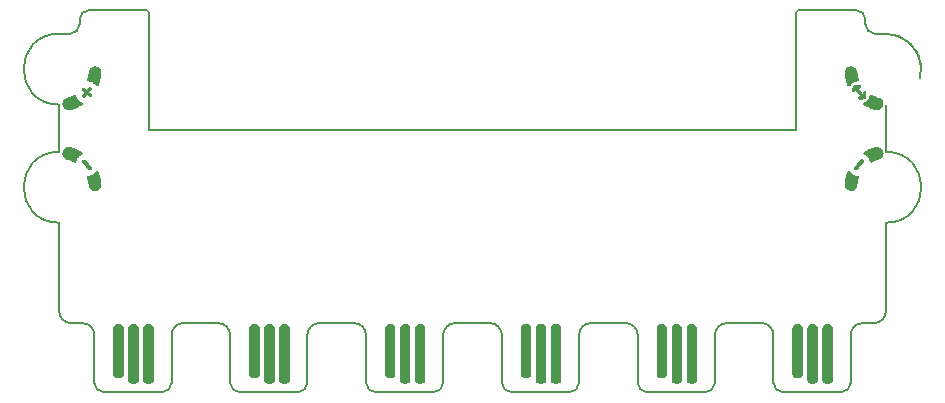
<source format=gto>
%TF.GenerationSoftware,KiCad,Pcbnew,8.0.8*%
%TF.CreationDate,2025-01-29T16:57:42+00:00*%
%TF.ProjectId,ec30_1x7_r6_mh_0.1,65633330-5f31-4783-975f-72365f6d685f,v0.1*%
%TF.SameCoordinates,PX8d24d00PY37ca3a0*%
%TF.FileFunction,Legend,Top*%
%TF.FilePolarity,Positive*%
%FSLAX46Y46*%
G04 Gerber Fmt 4.6, Leading zero omitted, Abs format (unit mm)*
G04 Created by KiCad (PCBNEW 8.0.8) date 2025-01-29 16:57:42*
%MOMM*%
%LPD*%
G01*
G04 APERTURE LIST*
%ADD10C,0.200000*%
%ADD11C,0.000000*%
%ADD12C,0.010000*%
G04 APERTURE END LIST*
D10*
X35000000Y-9500000D02*
G75*
G02*
X34000000Y-10500000I-1000000J0D01*
G01*
X-13980000Y-11500000D02*
X-13980000Y-15550000D01*
X-35000000Y-2000000D02*
G75*
G02*
X-35000000Y4000000I0J3000000D01*
G01*
X27550000Y16000000D02*
X32470000Y16000000D01*
X-26280000Y-16350000D02*
X-31220000Y-16350000D01*
X-27350000Y15800000D02*
X-27350000Y5850000D01*
X-10020000Y-10500000D02*
G75*
G02*
X-9020000Y-11500000I0J-1000000D01*
G01*
X-27350000Y5850000D02*
X27350000Y5850000D01*
X35776457Y13897777D02*
G75*
G02*
X37897777Y10223543I-776457J-2897777D01*
G01*
X35000000Y4000000D02*
G75*
G02*
X35000000Y-2000000I0J-3000000D01*
G01*
X35000000Y14000000D02*
X34070000Y14000000D01*
X31220000Y-16350000D02*
X26280000Y-16350000D01*
X34070000Y14000000D02*
G75*
G02*
X33270000Y14800000I0J800000D01*
G01*
X9020000Y-15550000D02*
G75*
G02*
X8220000Y-16350000I-800000J0D01*
G01*
X-35000000Y8000000D02*
G75*
G02*
X-35000000Y14000000I0J3000000D01*
G01*
X26280000Y-16350000D02*
G75*
G02*
X25480000Y-15550000I0J800000D01*
G01*
X-33020000Y-10500000D02*
G75*
G02*
X-32020000Y-11500000I0J-1000000D01*
G01*
X-25480000Y-15550000D02*
G75*
G02*
X-26280000Y-16350000I-800000J0D01*
G01*
X24480000Y-10500000D02*
X21520000Y-10500000D01*
X8220000Y-16350000D02*
X3280000Y-16350000D01*
X20520000Y-11500000D02*
X20520000Y-15550000D01*
X-13980000Y-11500000D02*
G75*
G02*
X-12980000Y-10500000I1000000J0D01*
G01*
X33270000Y14800000D02*
X33270000Y15200000D01*
X-2480000Y-11500000D02*
X-2480000Y-15550000D01*
X-21520000Y-10500000D02*
G75*
G02*
X-20520000Y-11500000I0J-1000000D01*
G01*
X20520000Y-11500000D02*
G75*
G02*
X21520000Y-10500000I1000000J0D01*
G01*
X1480000Y-10500000D02*
X-1480000Y-10500000D01*
X20520000Y-15550000D02*
G75*
G02*
X19720000Y-16350000I-800000J0D01*
G01*
X13980000Y-11500000D02*
X13980000Y-15550000D01*
X-31220000Y-16350000D02*
G75*
G02*
X-32020000Y-15550000I0J800000D01*
G01*
X-2480000Y-11500000D02*
G75*
G02*
X-1480000Y-10500000I1000000J0D01*
G01*
X-33270000Y15200000D02*
G75*
G02*
X-32470000Y16000000I800000J0D01*
G01*
X-19720000Y-16350000D02*
G75*
G02*
X-20520000Y-15550000I0J800000D01*
G01*
X-8220000Y-16350000D02*
G75*
G02*
X-9020000Y-15550000I0J800000D01*
G01*
X12980000Y-10500000D02*
G75*
G02*
X13980000Y-11500000I0J-1000000D01*
G01*
X-20520000Y-11500000D02*
X-20520000Y-15550000D01*
X35000000Y14000000D02*
G75*
G02*
X38000000Y11000000I0J-3000000D01*
G01*
X-25480000Y-11500000D02*
G75*
G02*
X-24480000Y-10500000I1000000J0D01*
G01*
X-27550000Y16000000D02*
G75*
G02*
X-27350000Y15800000I0J-200000D01*
G01*
X-25480000Y-11500000D02*
X-25480000Y-15550000D01*
X32470000Y16000000D02*
G75*
G02*
X33270000Y15200000I0J-800000D01*
G01*
X24480000Y-10500000D02*
G75*
G02*
X25480000Y-11500000I0J-1000000D01*
G01*
X-34000000Y-10500000D02*
G75*
G02*
X-35000000Y-9500000I0J1000000D01*
G01*
X2480000Y-11500000D02*
X2480000Y-15550000D01*
X12980000Y-10500000D02*
X10020000Y-10500000D01*
X19720000Y-16350000D02*
X14780000Y-16350000D01*
X27350000Y15800000D02*
G75*
G02*
X27550000Y16000000I200000J0D01*
G01*
X35000000Y-2000000D02*
X35000000Y-9500000D01*
X32020000Y-15550000D02*
G75*
G02*
X31220000Y-16350000I-800000J0D01*
G01*
X-32470000Y16000000D02*
X-27550000Y16000000D01*
X-2480000Y-15550000D02*
G75*
G02*
X-3280000Y-16350000I-800000J0D01*
G01*
X-3280000Y-16350000D02*
X-8220000Y-16350000D01*
X-10020000Y-10500000D02*
X-12980000Y-10500000D01*
X1480000Y-10500000D02*
G75*
G02*
X2480000Y-11500000I0J-1000000D01*
G01*
X-35000000Y-2000000D02*
X-35000000Y-9500000D01*
X32020000Y-11500000D02*
G75*
G02*
X33020000Y-10500000I1000000J0D01*
G01*
X-14780000Y-16350000D02*
X-19720000Y-16350000D01*
X9020000Y-11500000D02*
X9020000Y-15550000D01*
X-35000000Y14000000D02*
X-34070000Y14000000D01*
X25480000Y-11500000D02*
X25480000Y-15550000D01*
X-21520000Y-10500000D02*
X-24480000Y-10500000D01*
X9020000Y-11500000D02*
G75*
G02*
X10020000Y-10500000I1000000J0D01*
G01*
X32020000Y-11500000D02*
X32020000Y-15550000D01*
X-9020000Y-11500000D02*
X-9020000Y-15550000D01*
X-32020000Y-11500000D02*
X-32020000Y-15550000D01*
X14780000Y-16350000D02*
G75*
G02*
X13980000Y-15550000I0J800000D01*
G01*
X33020000Y-10500000D02*
X34000000Y-10500000D01*
X35000000Y8000000D02*
X35000000Y4000000D01*
X-33020000Y-10500000D02*
X-34000000Y-10500000D01*
X-33270000Y14800000D02*
X-33270000Y15200000D01*
X27350000Y15800000D02*
X27350000Y5850000D01*
X-13980000Y-15550000D02*
G75*
G02*
X-14780000Y-16350000I-800000J0D01*
G01*
X3280000Y-16350000D02*
G75*
G02*
X2480000Y-15550000I0J800000D01*
G01*
X-33270000Y14800000D02*
G75*
G02*
X-34070000Y14000000I-800000J0D01*
G01*
X-35000000Y8000000D02*
X-35000000Y4000000D01*
D11*
%TO.C,*%
G36*
X16229796Y-10589555D02*
G01*
X16333335Y-10640172D01*
X16414828Y-10721665D01*
X16465445Y-10825204D01*
X16480000Y-10925100D01*
X16480000Y-14774900D01*
X16465445Y-14874796D01*
X16414828Y-14978335D01*
X16333335Y-15059828D01*
X16229796Y-15110445D01*
X16129900Y-15125000D01*
X15930100Y-15125000D01*
X15830204Y-15110445D01*
X15726665Y-15059828D01*
X15645172Y-14978335D01*
X15594555Y-14874796D01*
X15580000Y-14774900D01*
X15580000Y-10925100D01*
X15594555Y-10825204D01*
X15645172Y-10721665D01*
X15726665Y-10640172D01*
X15830204Y-10589555D01*
X15930100Y-10575000D01*
X16129900Y-10575000D01*
X16229796Y-10589555D01*
G37*
G36*
X17499796Y-10589555D02*
G01*
X17603335Y-10640172D01*
X17684828Y-10721665D01*
X17735445Y-10825204D01*
X17750000Y-10925100D01*
X17750000Y-15274900D01*
X17735445Y-15374796D01*
X17684828Y-15478335D01*
X17603335Y-15559828D01*
X17499796Y-15610445D01*
X17399900Y-15625000D01*
X17200100Y-15625000D01*
X17100204Y-15610445D01*
X16996665Y-15559828D01*
X16915172Y-15478335D01*
X16864555Y-15374796D01*
X16850000Y-15274900D01*
X16850000Y-10925100D01*
X16864555Y-10825204D01*
X16915172Y-10721665D01*
X16996665Y-10640172D01*
X17100204Y-10589555D01*
X17200100Y-10575000D01*
X17399900Y-10575000D01*
X17499796Y-10589555D01*
G37*
G36*
X18769796Y-10589555D02*
G01*
X18873335Y-10640172D01*
X18954828Y-10721665D01*
X19005445Y-10825204D01*
X19020000Y-10925100D01*
X19020000Y-15274900D01*
X19005445Y-15374796D01*
X18954828Y-15478335D01*
X18873335Y-15559828D01*
X18769796Y-15610445D01*
X18669900Y-15625000D01*
X18470100Y-15625000D01*
X18370204Y-15610445D01*
X18266665Y-15559828D01*
X18185172Y-15478335D01*
X18134555Y-15374796D01*
X18120000Y-15274900D01*
X18120000Y-10925100D01*
X18134555Y-10825204D01*
X18185172Y-10721665D01*
X18266665Y-10640172D01*
X18370204Y-10589555D01*
X18470100Y-10575000D01*
X18669900Y-10575000D01*
X18769796Y-10589555D01*
G37*
D12*
%TO.C,MH3*%
X-33706736Y8820299D02*
X-33690439Y8814392D01*
X-33676343Y8805636D01*
X-33666333Y8797528D01*
X-33657850Y8788523D01*
X-33650106Y8777299D01*
X-33642313Y8762530D01*
X-33633682Y8742894D01*
X-33623425Y8717067D01*
X-33623093Y8716207D01*
X-33600526Y8661173D01*
X-33577045Y8611299D01*
X-33551282Y8563821D01*
X-33532268Y8532297D01*
X-33483145Y8461174D01*
X-33427571Y8394184D01*
X-33366237Y8331997D01*
X-33299838Y8275284D01*
X-33229064Y8224712D01*
X-33189465Y8200309D01*
X-33158865Y8180969D01*
X-33135425Y8162608D01*
X-33118542Y8144550D01*
X-33107613Y8126115D01*
X-33102035Y8106630D01*
X-33101404Y8101501D01*
X-33101668Y8082856D01*
X-33106519Y8065634D01*
X-33116552Y8049071D01*
X-33132357Y8032405D01*
X-33154535Y8014871D01*
X-33183679Y7995707D01*
X-33183975Y7995523D01*
X-33300099Y7927747D01*
X-33422605Y7863398D01*
X-33550529Y7802900D01*
X-33682908Y7746674D01*
X-33818778Y7695145D01*
X-33957174Y7648735D01*
X-34014509Y7631258D01*
X-34072815Y7615309D01*
X-34125147Y7603791D01*
X-34172042Y7596619D01*
X-34214051Y7593708D01*
X-34247848Y7594636D01*
X-34312305Y7603545D01*
X-34373722Y7619629D01*
X-34431730Y7642682D01*
X-34485961Y7672494D01*
X-34536043Y7708859D01*
X-34581606Y7751567D01*
X-34622283Y7800413D01*
X-34627943Y7808259D01*
X-34658732Y7858482D01*
X-34683268Y7912782D01*
X-34701352Y7970106D01*
X-34712784Y8029398D01*
X-34717365Y8089602D01*
X-34714895Y8149664D01*
X-34705176Y8208529D01*
X-34704252Y8212442D01*
X-34686311Y8270283D01*
X-34661239Y8325629D01*
X-34629645Y8377736D01*
X-34592134Y8425862D01*
X-34549311Y8469267D01*
X-34501784Y8507207D01*
X-34450157Y8538940D01*
X-34428988Y8549499D01*
X-34415150Y8555277D01*
X-34395487Y8562550D01*
X-34371822Y8570690D01*
X-34345978Y8579071D01*
X-34319782Y8587066D01*
X-34319352Y8587192D01*
X-34221887Y8617429D01*
X-34130532Y8649102D01*
X-34043493Y8682933D01*
X-33958977Y8719640D01*
X-33875188Y8759942D01*
X-33829376Y8783576D01*
X-33796192Y8800212D01*
X-33768287Y8812065D01*
X-33744708Y8819273D01*
X-33724509Y8821971D01*
X-33706736Y8820299D01*
G36*
X-33706736Y8820299D02*
G01*
X-33690439Y8814392D01*
X-33676343Y8805636D01*
X-33666333Y8797528D01*
X-33657850Y8788523D01*
X-33650106Y8777299D01*
X-33642313Y8762530D01*
X-33633682Y8742894D01*
X-33623425Y8717067D01*
X-33623093Y8716207D01*
X-33600526Y8661173D01*
X-33577045Y8611299D01*
X-33551282Y8563821D01*
X-33532268Y8532297D01*
X-33483145Y8461174D01*
X-33427571Y8394184D01*
X-33366237Y8331997D01*
X-33299838Y8275284D01*
X-33229064Y8224712D01*
X-33189465Y8200309D01*
X-33158865Y8180969D01*
X-33135425Y8162608D01*
X-33118542Y8144550D01*
X-33107613Y8126115D01*
X-33102035Y8106630D01*
X-33101404Y8101501D01*
X-33101668Y8082856D01*
X-33106519Y8065634D01*
X-33116552Y8049071D01*
X-33132357Y8032405D01*
X-33154535Y8014871D01*
X-33183679Y7995707D01*
X-33183975Y7995523D01*
X-33300099Y7927747D01*
X-33422605Y7863398D01*
X-33550529Y7802900D01*
X-33682908Y7746674D01*
X-33818778Y7695145D01*
X-33957174Y7648735D01*
X-34014509Y7631258D01*
X-34072815Y7615309D01*
X-34125147Y7603791D01*
X-34172042Y7596619D01*
X-34214051Y7593708D01*
X-34247848Y7594636D01*
X-34312305Y7603545D01*
X-34373722Y7619629D01*
X-34431730Y7642682D01*
X-34485961Y7672494D01*
X-34536043Y7708859D01*
X-34581606Y7751567D01*
X-34622283Y7800413D01*
X-34627943Y7808259D01*
X-34658732Y7858482D01*
X-34683268Y7912782D01*
X-34701352Y7970106D01*
X-34712784Y8029398D01*
X-34717365Y8089602D01*
X-34714895Y8149664D01*
X-34705176Y8208529D01*
X-34704252Y8212442D01*
X-34686311Y8270283D01*
X-34661239Y8325629D01*
X-34629645Y8377736D01*
X-34592134Y8425862D01*
X-34549311Y8469267D01*
X-34501784Y8507207D01*
X-34450157Y8538940D01*
X-34428988Y8549499D01*
X-34415150Y8555277D01*
X-34395487Y8562550D01*
X-34371822Y8570690D01*
X-34345978Y8579071D01*
X-34319782Y8587066D01*
X-34319352Y8587192D01*
X-34221887Y8617429D01*
X-34130532Y8649102D01*
X-34043493Y8682933D01*
X-33958977Y8719640D01*
X-33875188Y8759942D01*
X-33829376Y8783576D01*
X-33796192Y8800212D01*
X-33768287Y8812065D01*
X-33744708Y8819273D01*
X-33724509Y8821971D01*
X-33706736Y8820299D01*
G37*
X-31959931Y11231194D02*
X-31901044Y11222635D01*
X-31844159Y11207264D01*
X-31789785Y11185365D01*
X-31738433Y11157218D01*
X-31690617Y11123105D01*
X-31646847Y11083309D01*
X-31607637Y11038109D01*
X-31573498Y10987789D01*
X-31544941Y10932630D01*
X-31522479Y10872913D01*
X-31521962Y10871242D01*
X-31517251Y10853905D01*
X-31513458Y10834921D01*
X-31510287Y10812413D01*
X-31507442Y10784506D01*
X-31506459Y10773000D01*
X-31504944Y10751365D01*
X-31504117Y10730394D01*
X-31504052Y10709076D01*
X-31504821Y10686395D01*
X-31506499Y10661336D01*
X-31509158Y10632886D01*
X-31512872Y10600030D01*
X-31517714Y10561756D01*
X-31523760Y10517048D01*
X-31526359Y10498362D01*
X-31544879Y10382895D01*
X-31568420Y10264213D01*
X-31596480Y10144223D01*
X-31628556Y10024832D01*
X-31664146Y9907948D01*
X-31702750Y9795480D01*
X-31730826Y9721580D01*
X-31742857Y9692898D01*
X-31753769Y9670832D01*
X-31764281Y9654281D01*
X-31775106Y9642139D01*
X-31786961Y9633303D01*
X-31788735Y9632272D01*
X-31806179Y9624748D01*
X-31822944Y9623333D01*
X-31837475Y9626032D01*
X-31858058Y9635126D01*
X-31879825Y9651613D01*
X-31902305Y9675123D01*
X-31906010Y9679603D01*
X-31966261Y9747844D01*
X-32031120Y9809895D01*
X-32100274Y9865542D01*
X-32173412Y9914570D01*
X-32250217Y9956763D01*
X-32330381Y9991905D01*
X-32388939Y10012387D01*
X-32421087Y10021966D01*
X-32453339Y10030408D01*
X-32487769Y10038186D01*
X-32526455Y10045781D01*
X-32560039Y10051732D01*
X-32578676Y10055434D01*
X-32592146Y10059691D01*
X-32603203Y10065589D01*
X-32612242Y10072280D01*
X-32626986Y10086612D01*
X-32636462Y10102233D01*
X-32640811Y10120233D01*
X-32640172Y10141707D01*
X-32634684Y10167732D01*
X-32627479Y10190879D01*
X-32588727Y10315249D01*
X-32556443Y10442837D01*
X-32530496Y10574240D01*
X-32510758Y10710054D01*
X-32507172Y10741166D01*
X-32503121Y10776336D01*
X-32499307Y10805159D01*
X-32495416Y10829209D01*
X-32491139Y10850055D01*
X-32486166Y10869271D01*
X-32480183Y10888427D01*
X-32475189Y10902755D01*
X-32451177Y10958039D01*
X-32420442Y11009982D01*
X-32383661Y11057953D01*
X-32341509Y11101321D01*
X-32294662Y11139450D01*
X-32243796Y11171709D01*
X-32189588Y11197466D01*
X-32143463Y11213193D01*
X-32081651Y11226756D01*
X-32020303Y11232662D01*
X-31959931Y11231194D01*
G36*
X-31959931Y11231194D02*
G01*
X-31901044Y11222635D01*
X-31844159Y11207264D01*
X-31789785Y11185365D01*
X-31738433Y11157218D01*
X-31690617Y11123105D01*
X-31646847Y11083309D01*
X-31607637Y11038109D01*
X-31573498Y10987789D01*
X-31544941Y10932630D01*
X-31522479Y10872913D01*
X-31521962Y10871242D01*
X-31517251Y10853905D01*
X-31513458Y10834921D01*
X-31510287Y10812413D01*
X-31507442Y10784506D01*
X-31506459Y10773000D01*
X-31504944Y10751365D01*
X-31504117Y10730394D01*
X-31504052Y10709076D01*
X-31504821Y10686395D01*
X-31506499Y10661336D01*
X-31509158Y10632886D01*
X-31512872Y10600030D01*
X-31517714Y10561756D01*
X-31523760Y10517048D01*
X-31526359Y10498362D01*
X-31544879Y10382895D01*
X-31568420Y10264213D01*
X-31596480Y10144223D01*
X-31628556Y10024832D01*
X-31664146Y9907948D01*
X-31702750Y9795480D01*
X-31730826Y9721580D01*
X-31742857Y9692898D01*
X-31753769Y9670832D01*
X-31764281Y9654281D01*
X-31775106Y9642139D01*
X-31786961Y9633303D01*
X-31788735Y9632272D01*
X-31806179Y9624748D01*
X-31822944Y9623333D01*
X-31837475Y9626032D01*
X-31858058Y9635126D01*
X-31879825Y9651613D01*
X-31902305Y9675123D01*
X-31906010Y9679603D01*
X-31966261Y9747844D01*
X-32031120Y9809895D01*
X-32100274Y9865542D01*
X-32173412Y9914570D01*
X-32250217Y9956763D01*
X-32330381Y9991905D01*
X-32388939Y10012387D01*
X-32421087Y10021966D01*
X-32453339Y10030408D01*
X-32487769Y10038186D01*
X-32526455Y10045781D01*
X-32560039Y10051732D01*
X-32578676Y10055434D01*
X-32592146Y10059691D01*
X-32603203Y10065589D01*
X-32612242Y10072280D01*
X-32626986Y10086612D01*
X-32636462Y10102233D01*
X-32640811Y10120233D01*
X-32640172Y10141707D01*
X-32634684Y10167732D01*
X-32627479Y10190879D01*
X-32588727Y10315249D01*
X-32556443Y10442837D01*
X-32530496Y10574240D01*
X-32510758Y10710054D01*
X-32507172Y10741166D01*
X-32503121Y10776336D01*
X-32499307Y10805159D01*
X-32495416Y10829209D01*
X-32491139Y10850055D01*
X-32486166Y10869271D01*
X-32480183Y10888427D01*
X-32475189Y10902755D01*
X-32451177Y10958039D01*
X-32420442Y11009982D01*
X-32383661Y11057953D01*
X-32341509Y11101321D01*
X-32294662Y11139450D01*
X-32243796Y11171709D01*
X-32189588Y11197466D01*
X-32143463Y11213193D01*
X-32081651Y11226756D01*
X-32020303Y11232662D01*
X-31959931Y11231194D01*
G37*
X-32414584Y9451995D02*
X-32390593Y9443001D01*
X-32377664Y9434641D01*
X-32360172Y9415904D01*
X-32348041Y9392579D01*
X-32341826Y9366383D01*
X-32342068Y9339040D01*
X-32343941Y9328820D01*
X-32345612Y9322765D01*
X-32348053Y9316538D01*
X-32351766Y9309463D01*
X-32357251Y9300861D01*
X-32365009Y9290054D01*
X-32375542Y9276364D01*
X-32389351Y9259111D01*
X-32406935Y9237619D01*
X-32428795Y9211209D01*
X-32446595Y9189813D01*
X-32544114Y9072722D01*
X-32430061Y8976129D01*
X-32399591Y8950117D01*
X-32372565Y8926628D01*
X-32349478Y8906115D01*
X-32330831Y8889029D01*
X-32317120Y8875821D01*
X-32308844Y8866946D01*
X-32306969Y8864395D01*
X-32299768Y8846800D01*
X-32295599Y8825075D01*
X-32294696Y8802358D01*
X-32297297Y8781794D01*
X-32300118Y8772983D01*
X-32312044Y8752636D01*
X-32328883Y8734321D01*
X-32347142Y8721430D01*
X-32362597Y8715998D01*
X-32382371Y8712632D01*
X-32403047Y8711635D01*
X-32421208Y8713293D01*
X-32426718Y8714673D01*
X-32434633Y8718911D01*
X-32448321Y8728397D01*
X-32467672Y8743049D01*
X-32492580Y8762779D01*
X-32522934Y8787506D01*
X-32558629Y8817146D01*
X-32559053Y8817501D01*
X-32676153Y8915491D01*
X-32772826Y8800800D01*
X-32801274Y8767251D01*
X-32825145Y8739558D01*
X-32844778Y8717349D01*
X-32860515Y8700250D01*
X-32872698Y8687888D01*
X-32881667Y8679892D01*
X-32886485Y8676536D01*
X-32910090Y8667375D01*
X-32936480Y8663966D01*
X-32962782Y8666496D01*
X-32976726Y8670700D01*
X-33001217Y8684272D01*
X-33020171Y8703317D01*
X-33032163Y8724977D01*
X-33038070Y8742225D01*
X-33040409Y8757093D01*
X-33039474Y8773242D01*
X-33037112Y8786840D01*
X-33035748Y8792727D01*
X-33033772Y8798552D01*
X-33030694Y8804997D01*
X-33026019Y8812728D01*
X-33019254Y8822414D01*
X-33009906Y8834726D01*
X-32997480Y8850333D01*
X-32981485Y8869906D01*
X-32961426Y8894113D01*
X-32936811Y8923625D01*
X-32933040Y8928137D01*
X-32833365Y9047411D01*
X-32952237Y9147565D01*
X-32982395Y9173010D01*
X-33007061Y9193941D01*
X-33026837Y9210936D01*
X-33042327Y9224566D01*
X-33054131Y9235407D01*
X-33062852Y9244031D01*
X-33069093Y9251013D01*
X-33073455Y9256928D01*
X-33076540Y9262348D01*
X-33078952Y9267849D01*
X-33079264Y9268644D01*
X-33085537Y9286948D01*
X-33088123Y9302071D01*
X-33087375Y9317667D01*
X-33085133Y9330426D01*
X-33076084Y9355969D01*
X-33060792Y9377263D01*
X-33040138Y9393556D01*
X-33015006Y9404097D01*
X-32994390Y9407723D01*
X-32983258Y9408462D01*
X-32973251Y9408383D01*
X-32963646Y9407051D01*
X-32953723Y9404033D01*
X-32942758Y9398895D01*
X-32930031Y9391202D01*
X-32914821Y9380521D01*
X-32896405Y9366418D01*
X-32874064Y9348459D01*
X-32847073Y9326211D01*
X-32816569Y9300789D01*
X-32701449Y9204627D01*
X-32603130Y9321302D01*
X-32573326Y9356433D01*
X-32548234Y9385489D01*
X-32527687Y9408654D01*
X-32511515Y9426113D01*
X-32499552Y9438052D01*
X-32491628Y9444655D01*
X-32490051Y9445602D01*
X-32466733Y9453531D01*
X-32440771Y9455584D01*
X-32414584Y9451995D01*
G36*
X-32414584Y9451995D02*
G01*
X-32390593Y9443001D01*
X-32377664Y9434641D01*
X-32360172Y9415904D01*
X-32348041Y9392579D01*
X-32341826Y9366383D01*
X-32342068Y9339040D01*
X-32343941Y9328820D01*
X-32345612Y9322765D01*
X-32348053Y9316538D01*
X-32351766Y9309463D01*
X-32357251Y9300861D01*
X-32365009Y9290054D01*
X-32375542Y9276364D01*
X-32389351Y9259111D01*
X-32406935Y9237619D01*
X-32428795Y9211209D01*
X-32446595Y9189813D01*
X-32544114Y9072722D01*
X-32430061Y8976129D01*
X-32399591Y8950117D01*
X-32372565Y8926628D01*
X-32349478Y8906115D01*
X-32330831Y8889029D01*
X-32317120Y8875821D01*
X-32308844Y8866946D01*
X-32306969Y8864395D01*
X-32299768Y8846800D01*
X-32295599Y8825075D01*
X-32294696Y8802358D01*
X-32297297Y8781794D01*
X-32300118Y8772983D01*
X-32312044Y8752636D01*
X-32328883Y8734321D01*
X-32347142Y8721430D01*
X-32362597Y8715998D01*
X-32382371Y8712632D01*
X-32403047Y8711635D01*
X-32421208Y8713293D01*
X-32426718Y8714673D01*
X-32434633Y8718911D01*
X-32448321Y8728397D01*
X-32467672Y8743049D01*
X-32492580Y8762779D01*
X-32522934Y8787506D01*
X-32558629Y8817146D01*
X-32559053Y8817501D01*
X-32676153Y8915491D01*
X-32772826Y8800800D01*
X-32801274Y8767251D01*
X-32825145Y8739558D01*
X-32844778Y8717349D01*
X-32860515Y8700250D01*
X-32872698Y8687888D01*
X-32881667Y8679892D01*
X-32886485Y8676536D01*
X-32910090Y8667375D01*
X-32936480Y8663966D01*
X-32962782Y8666496D01*
X-32976726Y8670700D01*
X-33001217Y8684272D01*
X-33020171Y8703317D01*
X-33032163Y8724977D01*
X-33038070Y8742225D01*
X-33040409Y8757093D01*
X-33039474Y8773242D01*
X-33037112Y8786840D01*
X-33035748Y8792727D01*
X-33033772Y8798552D01*
X-33030694Y8804997D01*
X-33026019Y8812728D01*
X-33019254Y8822414D01*
X-33009906Y8834726D01*
X-32997480Y8850333D01*
X-32981485Y8869906D01*
X-32961426Y8894113D01*
X-32936811Y8923625D01*
X-32933040Y8928137D01*
X-32833365Y9047411D01*
X-32952237Y9147565D01*
X-32982395Y9173010D01*
X-33007061Y9193941D01*
X-33026837Y9210936D01*
X-33042327Y9224566D01*
X-33054131Y9235407D01*
X-33062852Y9244031D01*
X-33069093Y9251013D01*
X-33073455Y9256928D01*
X-33076540Y9262348D01*
X-33078952Y9267849D01*
X-33079264Y9268644D01*
X-33085537Y9286948D01*
X-33088123Y9302071D01*
X-33087375Y9317667D01*
X-33085133Y9330426D01*
X-33076084Y9355969D01*
X-33060792Y9377263D01*
X-33040138Y9393556D01*
X-33015006Y9404097D01*
X-32994390Y9407723D01*
X-32983258Y9408462D01*
X-32973251Y9408383D01*
X-32963646Y9407051D01*
X-32953723Y9404033D01*
X-32942758Y9398895D01*
X-32930031Y9391202D01*
X-32914821Y9380521D01*
X-32896405Y9366418D01*
X-32874064Y9348459D01*
X-32847073Y9326211D01*
X-32816569Y9300789D01*
X-32701449Y9204627D01*
X-32603130Y9321302D01*
X-32573326Y9356433D01*
X-32548234Y9385489D01*
X-32527687Y9408654D01*
X-32511515Y9426113D01*
X-32499552Y9438052D01*
X-32491628Y9444655D01*
X-32490051Y9445602D01*
X-32466733Y9453531D01*
X-32440771Y9455584D01*
X-32414584Y9451995D01*
G37*
%TO.C,MH4*%
X34245650Y4407867D02*
X34310107Y4398958D01*
X34371525Y4382874D01*
X34429533Y4359821D01*
X34483763Y4330009D01*
X34533845Y4293644D01*
X34579409Y4250936D01*
X34620086Y4202090D01*
X34625745Y4194244D01*
X34656535Y4144021D01*
X34681071Y4089721D01*
X34699154Y4032397D01*
X34710587Y3973105D01*
X34715167Y3912901D01*
X34712698Y3852839D01*
X34702979Y3793974D01*
X34702054Y3790061D01*
X34684113Y3732220D01*
X34659042Y3676874D01*
X34627448Y3624767D01*
X34589937Y3576641D01*
X34547114Y3533236D01*
X34499586Y3495296D01*
X34447960Y3463563D01*
X34426790Y3453004D01*
X34412952Y3447226D01*
X34393289Y3439953D01*
X34369625Y3431813D01*
X34343781Y3423432D01*
X34317584Y3415437D01*
X34317154Y3415311D01*
X34219690Y3385074D01*
X34128335Y3353401D01*
X34041297Y3319570D01*
X33956780Y3282863D01*
X33872990Y3242561D01*
X33827179Y3218927D01*
X33793995Y3202291D01*
X33766089Y3190438D01*
X33742511Y3183230D01*
X33722311Y3180532D01*
X33704539Y3182204D01*
X33688242Y3188111D01*
X33674145Y3196867D01*
X33664135Y3204975D01*
X33655652Y3213980D01*
X33647909Y3225204D01*
X33640116Y3239973D01*
X33631485Y3259609D01*
X33621228Y3285436D01*
X33620895Y3286296D01*
X33598329Y3341330D01*
X33574848Y3391204D01*
X33549085Y3438682D01*
X33530071Y3470206D01*
X33480947Y3541329D01*
X33425373Y3608319D01*
X33364040Y3670506D01*
X33297640Y3727219D01*
X33226866Y3777791D01*
X33187268Y3802194D01*
X33156668Y3821534D01*
X33133227Y3839895D01*
X33116344Y3857953D01*
X33105416Y3876388D01*
X33099837Y3895873D01*
X33099207Y3901002D01*
X33099471Y3919647D01*
X33104321Y3936869D01*
X33114353Y3953432D01*
X33130160Y3970098D01*
X33152338Y3987632D01*
X33181481Y4006796D01*
X33181778Y4006980D01*
X33297901Y4074756D01*
X33420407Y4139105D01*
X33548331Y4199603D01*
X33680711Y4255829D01*
X33816581Y4307358D01*
X33954976Y4353768D01*
X34012311Y4371245D01*
X34070620Y4387194D01*
X34122949Y4398712D01*
X34169845Y4405884D01*
X34211854Y4408795D01*
X34245650Y4407867D01*
G36*
X34245650Y4407867D02*
G01*
X34310107Y4398958D01*
X34371525Y4382874D01*
X34429533Y4359821D01*
X34483763Y4330009D01*
X34533845Y4293644D01*
X34579409Y4250936D01*
X34620086Y4202090D01*
X34625745Y4194244D01*
X34656535Y4144021D01*
X34681071Y4089721D01*
X34699154Y4032397D01*
X34710587Y3973105D01*
X34715167Y3912901D01*
X34712698Y3852839D01*
X34702979Y3793974D01*
X34702054Y3790061D01*
X34684113Y3732220D01*
X34659042Y3676874D01*
X34627448Y3624767D01*
X34589937Y3576641D01*
X34547114Y3533236D01*
X34499586Y3495296D01*
X34447960Y3463563D01*
X34426790Y3453004D01*
X34412952Y3447226D01*
X34393289Y3439953D01*
X34369625Y3431813D01*
X34343781Y3423432D01*
X34317584Y3415437D01*
X34317154Y3415311D01*
X34219690Y3385074D01*
X34128335Y3353401D01*
X34041297Y3319570D01*
X33956780Y3282863D01*
X33872990Y3242561D01*
X33827179Y3218927D01*
X33793995Y3202291D01*
X33766089Y3190438D01*
X33742511Y3183230D01*
X33722311Y3180532D01*
X33704539Y3182204D01*
X33688242Y3188111D01*
X33674145Y3196867D01*
X33664135Y3204975D01*
X33655652Y3213980D01*
X33647909Y3225204D01*
X33640116Y3239973D01*
X33631485Y3259609D01*
X33621228Y3285436D01*
X33620895Y3286296D01*
X33598329Y3341330D01*
X33574848Y3391204D01*
X33549085Y3438682D01*
X33530071Y3470206D01*
X33480947Y3541329D01*
X33425373Y3608319D01*
X33364040Y3670506D01*
X33297640Y3727219D01*
X33226866Y3777791D01*
X33187268Y3802194D01*
X33156668Y3821534D01*
X33133227Y3839895D01*
X33116344Y3857953D01*
X33105416Y3876388D01*
X33099837Y3895873D01*
X33099207Y3901002D01*
X33099471Y3919647D01*
X33104321Y3936869D01*
X33114353Y3953432D01*
X33130160Y3970098D01*
X33152338Y3987632D01*
X33181481Y4006796D01*
X33181778Y4006980D01*
X33297901Y4074756D01*
X33420407Y4139105D01*
X33548331Y4199603D01*
X33680711Y4255829D01*
X33816581Y4307358D01*
X33954976Y4353768D01*
X34012311Y4371245D01*
X34070620Y4387194D01*
X34122949Y4398712D01*
X34169845Y4405884D01*
X34211854Y4408795D01*
X34245650Y4407867D01*
G37*
X31835278Y2376471D02*
X31855861Y2367377D01*
X31877628Y2350890D01*
X31900107Y2327380D01*
X31903813Y2322900D01*
X31964064Y2254659D01*
X32028923Y2192608D01*
X32098077Y2136961D01*
X32171214Y2087933D01*
X32248020Y2045740D01*
X32328184Y2010594D01*
X32386742Y1990116D01*
X32418890Y1980537D01*
X32451141Y1972095D01*
X32485571Y1964317D01*
X32524257Y1956722D01*
X32557842Y1950771D01*
X32576478Y1947069D01*
X32589949Y1942812D01*
X32601006Y1936914D01*
X32610044Y1930223D01*
X32624789Y1915891D01*
X32634265Y1900270D01*
X32638613Y1882270D01*
X32637974Y1860800D01*
X32632487Y1834771D01*
X32625282Y1811624D01*
X32586530Y1687254D01*
X32554245Y1559666D01*
X32528299Y1428263D01*
X32508561Y1292449D01*
X32504975Y1261337D01*
X32500924Y1226167D01*
X32497109Y1197344D01*
X32493218Y1173294D01*
X32488942Y1152448D01*
X32483969Y1133232D01*
X32477986Y1114076D01*
X32472991Y1099748D01*
X32448979Y1044464D01*
X32418245Y992521D01*
X32381464Y944549D01*
X32339312Y901182D01*
X32292465Y863053D01*
X32241599Y830794D01*
X32187390Y805037D01*
X32141266Y789310D01*
X32079453Y775747D01*
X32018106Y769841D01*
X31957733Y771309D01*
X31898847Y779868D01*
X31841962Y795239D01*
X31787587Y817138D01*
X31736236Y845285D01*
X31688420Y879398D01*
X31644650Y919194D01*
X31605440Y964394D01*
X31571300Y1014714D01*
X31542743Y1069873D01*
X31520281Y1129590D01*
X31519765Y1131261D01*
X31515054Y1148598D01*
X31511261Y1167582D01*
X31508090Y1190090D01*
X31505245Y1217997D01*
X31504261Y1229503D01*
X31502747Y1251138D01*
X31501920Y1272109D01*
X31501855Y1293427D01*
X31502624Y1316108D01*
X31504301Y1341167D01*
X31506961Y1369617D01*
X31510674Y1402473D01*
X31515517Y1440747D01*
X31521562Y1485457D01*
X31524162Y1504141D01*
X31542682Y1619608D01*
X31566222Y1738290D01*
X31594282Y1858280D01*
X31626359Y1977671D01*
X31661949Y2094555D01*
X31700553Y2207023D01*
X31728629Y2280921D01*
X31740660Y2309605D01*
X31751572Y2331671D01*
X31762084Y2348222D01*
X31772908Y2360364D01*
X31784764Y2369200D01*
X31786537Y2370231D01*
X31803982Y2377755D01*
X31820746Y2379170D01*
X31835278Y2376471D01*
G36*
X31835278Y2376471D02*
G01*
X31855861Y2367377D01*
X31877628Y2350890D01*
X31900107Y2327380D01*
X31903813Y2322900D01*
X31964064Y2254659D01*
X32028923Y2192608D01*
X32098077Y2136961D01*
X32171214Y2087933D01*
X32248020Y2045740D01*
X32328184Y2010594D01*
X32386742Y1990116D01*
X32418890Y1980537D01*
X32451141Y1972095D01*
X32485571Y1964317D01*
X32524257Y1956722D01*
X32557842Y1950771D01*
X32576478Y1947069D01*
X32589949Y1942812D01*
X32601006Y1936914D01*
X32610044Y1930223D01*
X32624789Y1915891D01*
X32634265Y1900270D01*
X32638613Y1882270D01*
X32637974Y1860800D01*
X32632487Y1834771D01*
X32625282Y1811624D01*
X32586530Y1687254D01*
X32554245Y1559666D01*
X32528299Y1428263D01*
X32508561Y1292449D01*
X32504975Y1261337D01*
X32500924Y1226167D01*
X32497109Y1197344D01*
X32493218Y1173294D01*
X32488942Y1152448D01*
X32483969Y1133232D01*
X32477986Y1114076D01*
X32472991Y1099748D01*
X32448979Y1044464D01*
X32418245Y992521D01*
X32381464Y944549D01*
X32339312Y901182D01*
X32292465Y863053D01*
X32241599Y830794D01*
X32187390Y805037D01*
X32141266Y789310D01*
X32079453Y775747D01*
X32018106Y769841D01*
X31957733Y771309D01*
X31898847Y779868D01*
X31841962Y795239D01*
X31787587Y817138D01*
X31736236Y845285D01*
X31688420Y879398D01*
X31644650Y919194D01*
X31605440Y964394D01*
X31571300Y1014714D01*
X31542743Y1069873D01*
X31520281Y1129590D01*
X31519765Y1131261D01*
X31515054Y1148598D01*
X31511261Y1167582D01*
X31508090Y1190090D01*
X31505245Y1217997D01*
X31504261Y1229503D01*
X31502747Y1251138D01*
X31501920Y1272109D01*
X31501855Y1293427D01*
X31502624Y1316108D01*
X31504301Y1341167D01*
X31506961Y1369617D01*
X31510674Y1402473D01*
X31515517Y1440747D01*
X31521562Y1485457D01*
X31524162Y1504141D01*
X31542682Y1619608D01*
X31566222Y1738290D01*
X31594282Y1858280D01*
X31626359Y1977671D01*
X31661949Y2094555D01*
X31700553Y2207023D01*
X31728629Y2280921D01*
X31740660Y2309605D01*
X31751572Y2331671D01*
X31762084Y2348222D01*
X31772908Y2360364D01*
X31784764Y2369200D01*
X31786537Y2370231D01*
X31803982Y2377755D01*
X31820746Y2379170D01*
X31835278Y2376471D01*
G37*
X32956898Y3363255D02*
X32987879Y3353679D01*
X33014322Y3338022D01*
X33035598Y3317019D01*
X33051075Y3291406D01*
X33060121Y3261920D01*
X33062266Y3240526D01*
X33062454Y3232999D01*
X33062456Y3226106D01*
X33061992Y3219461D01*
X33060781Y3212684D01*
X33058542Y3205390D01*
X33054995Y3197197D01*
X33049863Y3187721D01*
X33042862Y3176580D01*
X33033713Y3163389D01*
X33022137Y3147768D01*
X33007853Y3129332D01*
X32990581Y3107697D01*
X32970040Y3082482D01*
X32945952Y3053303D01*
X32918034Y3019778D01*
X32886008Y2981522D01*
X32849593Y2938152D01*
X32808510Y2889287D01*
X32784590Y2860843D01*
X32742254Y2810509D01*
X32704706Y2765900D01*
X32671622Y2726659D01*
X32642693Y2692427D01*
X32617603Y2662850D01*
X32596037Y2637568D01*
X32577677Y2616226D01*
X32562210Y2598464D01*
X32549320Y2583927D01*
X32538691Y2572258D01*
X32530007Y2563097D01*
X32522954Y2556090D01*
X32517217Y2550877D01*
X32512478Y2547102D01*
X32508424Y2544408D01*
X32504740Y2542438D01*
X32502637Y2541481D01*
X32471811Y2532039D01*
X32440963Y2529947D01*
X32411199Y2534905D01*
X32383606Y2546606D01*
X32359285Y2564746D01*
X32341141Y2586260D01*
X32334634Y2596546D01*
X32330355Y2605720D01*
X32327590Y2616235D01*
X32325623Y2630541D01*
X32324366Y2643830D01*
X32323006Y2663326D01*
X32323078Y2677569D01*
X32324782Y2689143D01*
X32328313Y2700639D01*
X32328814Y2701986D01*
X32331082Y2706632D01*
X32335274Y2713354D01*
X32341654Y2722479D01*
X32350483Y2734332D01*
X32362026Y2749238D01*
X32376545Y2767524D01*
X32394304Y2789513D01*
X32415567Y2815535D01*
X32440596Y2845910D01*
X32469656Y2880969D01*
X32503008Y2921033D01*
X32540918Y2966431D01*
X32583647Y3017487D01*
X32593047Y3028706D01*
X32635562Y3079421D01*
X32673312Y3124388D01*
X32706604Y3163960D01*
X32735752Y3198492D01*
X32761060Y3228337D01*
X32782840Y3253851D01*
X32801402Y3275388D01*
X32817053Y3293301D01*
X32830104Y3307947D01*
X32840865Y3319677D01*
X32849643Y3328848D01*
X32856749Y3335813D01*
X32862491Y3340926D01*
X32867180Y3344542D01*
X32870752Y3346809D01*
X32895475Y3357530D01*
X32922144Y3363605D01*
X32947778Y3364466D01*
X32956898Y3363255D01*
G36*
X32956898Y3363255D02*
G01*
X32987879Y3353679D01*
X33014322Y3338022D01*
X33035598Y3317019D01*
X33051075Y3291406D01*
X33060121Y3261920D01*
X33062266Y3240526D01*
X33062454Y3232999D01*
X33062456Y3226106D01*
X33061992Y3219461D01*
X33060781Y3212684D01*
X33058542Y3205390D01*
X33054995Y3197197D01*
X33049863Y3187721D01*
X33042862Y3176580D01*
X33033713Y3163389D01*
X33022137Y3147768D01*
X33007853Y3129332D01*
X32990581Y3107697D01*
X32970040Y3082482D01*
X32945952Y3053303D01*
X32918034Y3019778D01*
X32886008Y2981522D01*
X32849593Y2938152D01*
X32808510Y2889287D01*
X32784590Y2860843D01*
X32742254Y2810509D01*
X32704706Y2765900D01*
X32671622Y2726659D01*
X32642693Y2692427D01*
X32617603Y2662850D01*
X32596037Y2637568D01*
X32577677Y2616226D01*
X32562210Y2598464D01*
X32549320Y2583927D01*
X32538691Y2572258D01*
X32530007Y2563097D01*
X32522954Y2556090D01*
X32517217Y2550877D01*
X32512478Y2547102D01*
X32508424Y2544408D01*
X32504740Y2542438D01*
X32502637Y2541481D01*
X32471811Y2532039D01*
X32440963Y2529947D01*
X32411199Y2534905D01*
X32383606Y2546606D01*
X32359285Y2564746D01*
X32341141Y2586260D01*
X32334634Y2596546D01*
X32330355Y2605720D01*
X32327590Y2616235D01*
X32325623Y2630541D01*
X32324366Y2643830D01*
X32323006Y2663326D01*
X32323078Y2677569D01*
X32324782Y2689143D01*
X32328313Y2700639D01*
X32328814Y2701986D01*
X32331082Y2706632D01*
X32335274Y2713354D01*
X32341654Y2722479D01*
X32350483Y2734332D01*
X32362026Y2749238D01*
X32376545Y2767524D01*
X32394304Y2789513D01*
X32415567Y2815535D01*
X32440596Y2845910D01*
X32469656Y2880969D01*
X32503008Y2921033D01*
X32540918Y2966431D01*
X32583647Y3017487D01*
X32593047Y3028706D01*
X32635562Y3079421D01*
X32673312Y3124388D01*
X32706604Y3163960D01*
X32735752Y3198492D01*
X32761060Y3228337D01*
X32782840Y3253851D01*
X32801402Y3275388D01*
X32817053Y3293301D01*
X32830104Y3307947D01*
X32840865Y3319677D01*
X32849643Y3328848D01*
X32856749Y3335813D01*
X32862491Y3340926D01*
X32867180Y3344542D01*
X32870752Y3346809D01*
X32895475Y3357530D01*
X32922144Y3363605D01*
X32947778Y3364466D01*
X32956898Y3363255D01*
G37*
D11*
%TO.C,*%
G36*
X-29770204Y-10589555D02*
G01*
X-29666665Y-10640172D01*
X-29585172Y-10721665D01*
X-29534555Y-10825204D01*
X-29520000Y-10925100D01*
X-29520000Y-14774900D01*
X-29534555Y-14874796D01*
X-29585172Y-14978335D01*
X-29666665Y-15059828D01*
X-29770204Y-15110445D01*
X-29870100Y-15125000D01*
X-30069900Y-15125000D01*
X-30169796Y-15110445D01*
X-30273335Y-15059828D01*
X-30354828Y-14978335D01*
X-30405445Y-14874796D01*
X-30420000Y-14774900D01*
X-30420000Y-10925100D01*
X-30405445Y-10825204D01*
X-30354828Y-10721665D01*
X-30273335Y-10640172D01*
X-30169796Y-10589555D01*
X-30069900Y-10575000D01*
X-29870100Y-10575000D01*
X-29770204Y-10589555D01*
G37*
G36*
X-28500204Y-10589555D02*
G01*
X-28396665Y-10640172D01*
X-28315172Y-10721665D01*
X-28264555Y-10825204D01*
X-28250000Y-10925100D01*
X-28250000Y-15274900D01*
X-28264555Y-15374796D01*
X-28315172Y-15478335D01*
X-28396665Y-15559828D01*
X-28500204Y-15610445D01*
X-28600100Y-15625000D01*
X-28799900Y-15625000D01*
X-28899796Y-15610445D01*
X-29003335Y-15559828D01*
X-29084828Y-15478335D01*
X-29135445Y-15374796D01*
X-29150000Y-15274900D01*
X-29150000Y-10925100D01*
X-29135445Y-10825204D01*
X-29084828Y-10721665D01*
X-29003335Y-10640172D01*
X-28899796Y-10589555D01*
X-28799900Y-10575000D01*
X-28600100Y-10575000D01*
X-28500204Y-10589555D01*
G37*
G36*
X-27230204Y-10589555D02*
G01*
X-27126665Y-10640172D01*
X-27045172Y-10721665D01*
X-26994555Y-10825204D01*
X-26980000Y-10925100D01*
X-26980000Y-15274900D01*
X-26994555Y-15374796D01*
X-27045172Y-15478335D01*
X-27126665Y-15559828D01*
X-27230204Y-15610445D01*
X-27330100Y-15625000D01*
X-27529900Y-15625000D01*
X-27629796Y-15610445D01*
X-27733335Y-15559828D01*
X-27814828Y-15478335D01*
X-27865445Y-15374796D01*
X-27880000Y-15274900D01*
X-27880000Y-10925100D01*
X-27865445Y-10825204D01*
X-27814828Y-10721665D01*
X-27733335Y-10640172D01*
X-27629796Y-10589555D01*
X-27529900Y-10575000D01*
X-27330100Y-10575000D01*
X-27230204Y-10589555D01*
G37*
D12*
%TO.C,MH2*%
X-31815965Y2362920D02*
X-31797650Y2359423D01*
X-31781531Y2351655D01*
X-31766962Y2338900D01*
X-31753294Y2320440D01*
X-31739877Y2295554D01*
X-31726065Y2263525D01*
X-31725936Y2263201D01*
X-31679355Y2137073D01*
X-31637256Y2005254D01*
X-31599890Y1868768D01*
X-31567507Y1728636D01*
X-31540354Y1585882D01*
X-31518681Y1441530D01*
X-31511426Y1382031D01*
X-31505844Y1321839D01*
X-31503588Y1268305D01*
X-31504669Y1220876D01*
X-31509096Y1179000D01*
X-31515879Y1145878D01*
X-31535845Y1083947D01*
X-31562350Y1026256D01*
X-31595126Y973132D01*
X-31633902Y924902D01*
X-31678411Y881896D01*
X-31728382Y844441D01*
X-31783549Y812864D01*
X-31792260Y808653D01*
X-31847066Y787052D01*
X-31904802Y772318D01*
X-31964395Y764463D01*
X-32024772Y763501D01*
X-32084856Y769444D01*
X-32143577Y782306D01*
X-32199860Y802099D01*
X-32203552Y803689D01*
X-32257400Y831401D01*
X-32307551Y865703D01*
X-32353380Y905865D01*
X-32394262Y951163D01*
X-32429571Y1000873D01*
X-32458681Y1054266D01*
X-32480967Y1110619D01*
X-32487690Y1133300D01*
X-32490977Y1147931D01*
X-32494725Y1168558D01*
X-32498632Y1193277D01*
X-32502399Y1220184D01*
X-32505723Y1247371D01*
X-32505772Y1247816D01*
X-32518625Y1349050D01*
X-32533954Y1444517D01*
X-32552156Y1536107D01*
X-32573629Y1625715D01*
X-32598769Y1715230D01*
X-32614090Y1764449D01*
X-32624710Y1800018D01*
X-32631538Y1829558D01*
X-32634541Y1854030D01*
X-32633691Y1874391D01*
X-32628958Y1891603D01*
X-32620311Y1906626D01*
X-32609240Y1918989D01*
X-32599517Y1927438D01*
X-32589176Y1934229D01*
X-32576778Y1939906D01*
X-32560880Y1945016D01*
X-32540044Y1950106D01*
X-32512828Y1955722D01*
X-32511923Y1955900D01*
X-32453807Y1968567D01*
X-32400613Y1983031D01*
X-32349382Y2000158D01*
X-32315035Y2013409D01*
X-32236463Y2049436D01*
X-32160841Y2092533D01*
X-32088948Y2142136D01*
X-32021566Y2197679D01*
X-31959473Y2258596D01*
X-31928564Y2293355D01*
X-31904204Y2320132D01*
X-31882052Y2340028D01*
X-31861336Y2353519D01*
X-31841284Y2361080D01*
X-31821127Y2363190D01*
X-31815965Y2362920D01*
G36*
X-31815965Y2362920D02*
G01*
X-31797650Y2359423D01*
X-31781531Y2351655D01*
X-31766962Y2338900D01*
X-31753294Y2320440D01*
X-31739877Y2295554D01*
X-31726065Y2263525D01*
X-31725936Y2263201D01*
X-31679355Y2137073D01*
X-31637256Y2005254D01*
X-31599890Y1868768D01*
X-31567507Y1728636D01*
X-31540354Y1585882D01*
X-31518681Y1441530D01*
X-31511426Y1382031D01*
X-31505844Y1321839D01*
X-31503588Y1268305D01*
X-31504669Y1220876D01*
X-31509096Y1179000D01*
X-31515879Y1145878D01*
X-31535845Y1083947D01*
X-31562350Y1026256D01*
X-31595126Y973132D01*
X-31633902Y924902D01*
X-31678411Y881896D01*
X-31728382Y844441D01*
X-31783549Y812864D01*
X-31792260Y808653D01*
X-31847066Y787052D01*
X-31904802Y772318D01*
X-31964395Y764463D01*
X-32024772Y763501D01*
X-32084856Y769444D01*
X-32143577Y782306D01*
X-32199860Y802099D01*
X-32203552Y803689D01*
X-32257400Y831401D01*
X-32307551Y865703D01*
X-32353380Y905865D01*
X-32394262Y951163D01*
X-32429571Y1000873D01*
X-32458681Y1054266D01*
X-32480967Y1110619D01*
X-32487690Y1133300D01*
X-32490977Y1147931D01*
X-32494725Y1168558D01*
X-32498632Y1193277D01*
X-32502399Y1220184D01*
X-32505723Y1247371D01*
X-32505772Y1247816D01*
X-32518625Y1349050D01*
X-32533954Y1444517D01*
X-32552156Y1536107D01*
X-32573629Y1625715D01*
X-32598769Y1715230D01*
X-32614090Y1764449D01*
X-32624710Y1800018D01*
X-32631538Y1829558D01*
X-32634541Y1854030D01*
X-32633691Y1874391D01*
X-32628958Y1891603D01*
X-32620311Y1906626D01*
X-32609240Y1918989D01*
X-32599517Y1927438D01*
X-32589176Y1934229D01*
X-32576778Y1939906D01*
X-32560880Y1945016D01*
X-32540044Y1950106D01*
X-32512828Y1955722D01*
X-32511923Y1955900D01*
X-32453807Y1968567D01*
X-32400613Y1983031D01*
X-32349382Y2000158D01*
X-32315035Y2013409D01*
X-32236463Y2049436D01*
X-32160841Y2092533D01*
X-32088948Y2142136D01*
X-32021566Y2197679D01*
X-31959473Y2258596D01*
X-31928564Y2293355D01*
X-31904204Y2320132D01*
X-31882052Y2340028D01*
X-31861336Y2353519D01*
X-31841284Y2361080D01*
X-31821127Y2363190D01*
X-31815965Y2362920D01*
G37*
X-34209398Y4400610D02*
X-34181422Y4398566D01*
X-34169916Y4397536D01*
X-34148350Y4395271D01*
X-34127554Y4392444D01*
X-34106548Y4388806D01*
X-34084345Y4384110D01*
X-34059958Y4378107D01*
X-34032402Y4370547D01*
X-34000691Y4361185D01*
X-33963838Y4349769D01*
X-33920857Y4336052D01*
X-33902909Y4330248D01*
X-33792413Y4291959D01*
X-33679621Y4248167D01*
X-33566326Y4199697D01*
X-33454319Y4147376D01*
X-33345392Y4092025D01*
X-33241335Y4034482D01*
X-33173436Y3994001D01*
X-33147276Y3977172D01*
X-33127440Y3962593D01*
X-33112966Y3949367D01*
X-33102887Y3936598D01*
X-33096245Y3923389D01*
X-33095538Y3921463D01*
X-33091157Y3902977D01*
X-33092675Y3886222D01*
X-33097856Y3872381D01*
X-33110387Y3853689D01*
X-33130403Y3835115D01*
X-33157460Y3817060D01*
X-33162515Y3814188D01*
X-33240181Y3766703D01*
X-33312553Y3713604D01*
X-33379362Y3655164D01*
X-33440346Y3591651D01*
X-33495234Y3523339D01*
X-33543763Y3450495D01*
X-33574102Y3396384D01*
X-33589119Y3366387D01*
X-33603032Y3336092D01*
X-33616672Y3303536D01*
X-33630868Y3266756D01*
X-33642561Y3234715D01*
X-33649443Y3217005D01*
X-33655975Y3204478D01*
X-33663703Y3194613D01*
X-33671861Y3186874D01*
X-33688532Y3174842D01*
X-33705565Y3168222D01*
X-33724047Y3167066D01*
X-33745080Y3171423D01*
X-33769761Y3181347D01*
X-33791305Y3192462D01*
X-33907056Y3252222D01*
X-34027100Y3306172D01*
X-34152001Y3354542D01*
X-34282325Y3397564D01*
X-34312341Y3406498D01*
X-34346273Y3416595D01*
X-34373996Y3425356D01*
X-34397005Y3433364D01*
X-34416793Y3441196D01*
X-34434852Y3449430D01*
X-34452678Y3458649D01*
X-34465921Y3466055D01*
X-34516195Y3499302D01*
X-34562013Y3538590D01*
X-34602869Y3583142D01*
X-34638255Y3632184D01*
X-34667672Y3684941D01*
X-34690609Y3740636D01*
X-34706561Y3798493D01*
X-34714039Y3846648D01*
X-34716662Y3909876D01*
X-34711826Y3971318D01*
X-34699897Y4030518D01*
X-34681242Y4087023D01*
X-34656227Y4140375D01*
X-34625218Y4190121D01*
X-34588581Y4235805D01*
X-34546684Y4276971D01*
X-34499892Y4313165D01*
X-34448570Y4343930D01*
X-34393086Y4368813D01*
X-34333806Y4387358D01*
X-34271096Y4399110D01*
X-34269361Y4399328D01*
X-34251469Y4400957D01*
X-34232115Y4401396D01*
X-34209398Y4400610D01*
G36*
X-34209398Y4400610D02*
G01*
X-34181422Y4398566D01*
X-34169916Y4397536D01*
X-34148350Y4395271D01*
X-34127554Y4392444D01*
X-34106548Y4388806D01*
X-34084345Y4384110D01*
X-34059958Y4378107D01*
X-34032402Y4370547D01*
X-34000691Y4361185D01*
X-33963838Y4349769D01*
X-33920857Y4336052D01*
X-33902909Y4330248D01*
X-33792413Y4291959D01*
X-33679621Y4248167D01*
X-33566326Y4199697D01*
X-33454319Y4147376D01*
X-33345392Y4092025D01*
X-33241335Y4034482D01*
X-33173436Y3994001D01*
X-33147276Y3977172D01*
X-33127440Y3962593D01*
X-33112966Y3949367D01*
X-33102887Y3936598D01*
X-33096245Y3923389D01*
X-33095538Y3921463D01*
X-33091157Y3902977D01*
X-33092675Y3886222D01*
X-33097856Y3872381D01*
X-33110387Y3853689D01*
X-33130403Y3835115D01*
X-33157460Y3817060D01*
X-33162515Y3814188D01*
X-33240181Y3766703D01*
X-33312553Y3713604D01*
X-33379362Y3655164D01*
X-33440346Y3591651D01*
X-33495234Y3523339D01*
X-33543763Y3450495D01*
X-33574102Y3396384D01*
X-33589119Y3366387D01*
X-33603032Y3336092D01*
X-33616672Y3303536D01*
X-33630868Y3266756D01*
X-33642561Y3234715D01*
X-33649443Y3217005D01*
X-33655975Y3204478D01*
X-33663703Y3194613D01*
X-33671861Y3186874D01*
X-33688532Y3174842D01*
X-33705565Y3168222D01*
X-33724047Y3167066D01*
X-33745080Y3171423D01*
X-33769761Y3181347D01*
X-33791305Y3192462D01*
X-33907056Y3252222D01*
X-34027100Y3306172D01*
X-34152001Y3354542D01*
X-34282325Y3397564D01*
X-34312341Y3406498D01*
X-34346273Y3416595D01*
X-34373996Y3425356D01*
X-34397005Y3433364D01*
X-34416793Y3441196D01*
X-34434852Y3449430D01*
X-34452678Y3458649D01*
X-34465921Y3466055D01*
X-34516195Y3499302D01*
X-34562013Y3538590D01*
X-34602869Y3583142D01*
X-34638255Y3632184D01*
X-34667672Y3684941D01*
X-34690609Y3740636D01*
X-34706561Y3798493D01*
X-34714039Y3846648D01*
X-34716662Y3909876D01*
X-34711826Y3971318D01*
X-34699897Y4030518D01*
X-34681242Y4087023D01*
X-34656227Y4140375D01*
X-34625218Y4190121D01*
X-34588581Y4235805D01*
X-34546684Y4276971D01*
X-34499892Y4313165D01*
X-34448570Y4343930D01*
X-34393086Y4368813D01*
X-34333806Y4387358D01*
X-34271096Y4399110D01*
X-34269361Y4399328D01*
X-34251469Y4400957D01*
X-34232115Y4401396D01*
X-34209398Y4400610D01*
G37*
X-32932794Y3345365D02*
X-32919488Y3344295D01*
X-32900053Y3342247D01*
X-32886039Y3339705D01*
X-32874936Y3336018D01*
X-32864228Y3330544D01*
X-32862988Y3329817D01*
X-32858807Y3326776D01*
X-32852915Y3321480D01*
X-32845036Y3313613D01*
X-32834897Y3302860D01*
X-32822222Y3288904D01*
X-32806735Y3271430D01*
X-32788163Y3250122D01*
X-32766230Y3224664D01*
X-32740661Y3194740D01*
X-32711182Y3160034D01*
X-32677518Y3120231D01*
X-32639393Y3075015D01*
X-32596532Y3024069D01*
X-32587116Y3012864D01*
X-32544553Y2962187D01*
X-32506825Y2917203D01*
X-32473636Y2877544D01*
X-32444690Y2842844D01*
X-32419693Y2812737D01*
X-32398348Y2786858D01*
X-32380362Y2764838D01*
X-32365438Y2746314D01*
X-32353282Y2730918D01*
X-32343598Y2718284D01*
X-32336091Y2708047D01*
X-32330466Y2699839D01*
X-32326428Y2693296D01*
X-32323680Y2688051D01*
X-32322068Y2684140D01*
X-32315804Y2657930D01*
X-32314452Y2630611D01*
X-32318052Y2605217D01*
X-32320832Y2596446D01*
X-32335642Y2567599D01*
X-32355653Y2544276D01*
X-32380031Y2526970D01*
X-32407942Y2516177D01*
X-32438552Y2512388D01*
X-32459992Y2513991D01*
X-32467438Y2515112D01*
X-32474227Y2516307D01*
X-32480690Y2517919D01*
X-32487154Y2520288D01*
X-32493948Y2523760D01*
X-32501401Y2528675D01*
X-32509841Y2535375D01*
X-32519598Y2544204D01*
X-32531000Y2555505D01*
X-32544373Y2569617D01*
X-32560049Y2586886D01*
X-32578356Y2607652D01*
X-32599621Y2632259D01*
X-32624173Y2661049D01*
X-32652342Y2694364D01*
X-32684455Y2732547D01*
X-32720843Y2775939D01*
X-32761831Y2824884D01*
X-32785689Y2853380D01*
X-32827907Y2903812D01*
X-32865319Y2948539D01*
X-32898218Y2987932D01*
X-32926906Y3022366D01*
X-32951678Y3052210D01*
X-32972830Y3077839D01*
X-32990660Y3099626D01*
X-33005466Y3117942D01*
X-33017544Y3133161D01*
X-33027191Y3145655D01*
X-33034704Y3155798D01*
X-33040376Y3163960D01*
X-33044518Y3170516D01*
X-33047412Y3175837D01*
X-33049362Y3180298D01*
X-33050662Y3184269D01*
X-33051239Y3186506D01*
X-33055185Y3218503D01*
X-33051888Y3249243D01*
X-33041837Y3277696D01*
X-33025523Y3302838D01*
X-33003435Y3323640D01*
X-32979097Y3337773D01*
X-32967837Y3342394D01*
X-32958059Y3345016D01*
X-32947224Y3345913D01*
X-32932794Y3345365D01*
G36*
X-32932794Y3345365D02*
G01*
X-32919488Y3344295D01*
X-32900053Y3342247D01*
X-32886039Y3339705D01*
X-32874936Y3336018D01*
X-32864228Y3330544D01*
X-32862988Y3329817D01*
X-32858807Y3326776D01*
X-32852915Y3321480D01*
X-32845036Y3313613D01*
X-32834897Y3302860D01*
X-32822222Y3288904D01*
X-32806735Y3271430D01*
X-32788163Y3250122D01*
X-32766230Y3224664D01*
X-32740661Y3194740D01*
X-32711182Y3160034D01*
X-32677518Y3120231D01*
X-32639393Y3075015D01*
X-32596532Y3024069D01*
X-32587116Y3012864D01*
X-32544553Y2962187D01*
X-32506825Y2917203D01*
X-32473636Y2877544D01*
X-32444690Y2842844D01*
X-32419693Y2812737D01*
X-32398348Y2786858D01*
X-32380362Y2764838D01*
X-32365438Y2746314D01*
X-32353282Y2730918D01*
X-32343598Y2718284D01*
X-32336091Y2708047D01*
X-32330466Y2699839D01*
X-32326428Y2693296D01*
X-32323680Y2688051D01*
X-32322068Y2684140D01*
X-32315804Y2657930D01*
X-32314452Y2630611D01*
X-32318052Y2605217D01*
X-32320832Y2596446D01*
X-32335642Y2567599D01*
X-32355653Y2544276D01*
X-32380031Y2526970D01*
X-32407942Y2516177D01*
X-32438552Y2512388D01*
X-32459992Y2513991D01*
X-32467438Y2515112D01*
X-32474227Y2516307D01*
X-32480690Y2517919D01*
X-32487154Y2520288D01*
X-32493948Y2523760D01*
X-32501401Y2528675D01*
X-32509841Y2535375D01*
X-32519598Y2544204D01*
X-32531000Y2555505D01*
X-32544373Y2569617D01*
X-32560049Y2586886D01*
X-32578356Y2607652D01*
X-32599621Y2632259D01*
X-32624173Y2661049D01*
X-32652342Y2694364D01*
X-32684455Y2732547D01*
X-32720843Y2775939D01*
X-32761831Y2824884D01*
X-32785689Y2853380D01*
X-32827907Y2903812D01*
X-32865319Y2948539D01*
X-32898218Y2987932D01*
X-32926906Y3022366D01*
X-32951678Y3052210D01*
X-32972830Y3077839D01*
X-32990660Y3099626D01*
X-33005466Y3117942D01*
X-33017544Y3133161D01*
X-33027191Y3145655D01*
X-33034704Y3155798D01*
X-33040376Y3163960D01*
X-33044518Y3170516D01*
X-33047412Y3175837D01*
X-33049362Y3180298D01*
X-33050662Y3184269D01*
X-33051239Y3186506D01*
X-33055185Y3218503D01*
X-33051888Y3249243D01*
X-33041837Y3277696D01*
X-33025523Y3302838D01*
X-33003435Y3323640D01*
X-32979097Y3337773D01*
X-32967837Y3342394D01*
X-32958059Y3345016D01*
X-32947224Y3345913D01*
X-32932794Y3345365D01*
G37*
%TO.C,MH1*%
X32079411Y11225713D02*
X32138132Y11212851D01*
X32194415Y11193058D01*
X32198107Y11191469D01*
X32251955Y11163756D01*
X32302106Y11129455D01*
X32347935Y11089292D01*
X32388817Y11043994D01*
X32424126Y10994284D01*
X32453236Y10940891D01*
X32475522Y10884538D01*
X32482245Y10861857D01*
X32485532Y10847226D01*
X32489280Y10826599D01*
X32493187Y10801880D01*
X32496954Y10774974D01*
X32500278Y10747786D01*
X32500327Y10747341D01*
X32513180Y10646107D01*
X32528509Y10550640D01*
X32546711Y10459050D01*
X32568184Y10369442D01*
X32593324Y10279928D01*
X32608645Y10230708D01*
X32619265Y10195139D01*
X32626093Y10165600D01*
X32629096Y10141128D01*
X32628246Y10120766D01*
X32623513Y10103554D01*
X32614866Y10088531D01*
X32603795Y10076169D01*
X32594072Y10067719D01*
X32583731Y10060928D01*
X32571333Y10055251D01*
X32555435Y10050141D01*
X32534599Y10045051D01*
X32507383Y10039435D01*
X32506478Y10039257D01*
X32448362Y10026590D01*
X32395168Y10012126D01*
X32343937Y9994999D01*
X32309591Y9981748D01*
X32231018Y9945721D01*
X32155396Y9902624D01*
X32083503Y9853021D01*
X32016121Y9797478D01*
X31954028Y9736561D01*
X31923119Y9701802D01*
X31898760Y9675025D01*
X31876607Y9655129D01*
X31855892Y9641638D01*
X31835839Y9634077D01*
X31815682Y9631967D01*
X31810521Y9632237D01*
X31792205Y9635734D01*
X31776086Y9643502D01*
X31761518Y9656257D01*
X31747850Y9674717D01*
X31734432Y9699604D01*
X31720620Y9731632D01*
X31720491Y9731956D01*
X31673910Y9858085D01*
X31631811Y9989903D01*
X31594446Y10126389D01*
X31562062Y10266521D01*
X31534909Y10409275D01*
X31513236Y10553627D01*
X31505981Y10613126D01*
X31500399Y10673318D01*
X31498143Y10726853D01*
X31499224Y10774281D01*
X31503651Y10816157D01*
X31510434Y10849279D01*
X31530400Y10911210D01*
X31556905Y10968901D01*
X31589681Y11022025D01*
X31628457Y11070255D01*
X31672966Y11113261D01*
X31722937Y11150716D01*
X31778105Y11182293D01*
X31786815Y11186504D01*
X31841621Y11208105D01*
X31899357Y11222839D01*
X31958950Y11230694D01*
X32019327Y11231656D01*
X32079411Y11225713D01*
G36*
X32079411Y11225713D02*
G01*
X32138132Y11212851D01*
X32194415Y11193058D01*
X32198107Y11191469D01*
X32251955Y11163756D01*
X32302106Y11129455D01*
X32347935Y11089292D01*
X32388817Y11043994D01*
X32424126Y10994284D01*
X32453236Y10940891D01*
X32475522Y10884538D01*
X32482245Y10861857D01*
X32485532Y10847226D01*
X32489280Y10826599D01*
X32493187Y10801880D01*
X32496954Y10774974D01*
X32500278Y10747786D01*
X32500327Y10747341D01*
X32513180Y10646107D01*
X32528509Y10550640D01*
X32546711Y10459050D01*
X32568184Y10369442D01*
X32593324Y10279928D01*
X32608645Y10230708D01*
X32619265Y10195139D01*
X32626093Y10165600D01*
X32629096Y10141128D01*
X32628246Y10120766D01*
X32623513Y10103554D01*
X32614866Y10088531D01*
X32603795Y10076169D01*
X32594072Y10067719D01*
X32583731Y10060928D01*
X32571333Y10055251D01*
X32555435Y10050141D01*
X32534599Y10045051D01*
X32507383Y10039435D01*
X32506478Y10039257D01*
X32448362Y10026590D01*
X32395168Y10012126D01*
X32343937Y9994999D01*
X32309591Y9981748D01*
X32231018Y9945721D01*
X32155396Y9902624D01*
X32083503Y9853021D01*
X32016121Y9797478D01*
X31954028Y9736561D01*
X31923119Y9701802D01*
X31898760Y9675025D01*
X31876607Y9655129D01*
X31855892Y9641638D01*
X31835839Y9634077D01*
X31815682Y9631967D01*
X31810521Y9632237D01*
X31792205Y9635734D01*
X31776086Y9643502D01*
X31761518Y9656257D01*
X31747850Y9674717D01*
X31734432Y9699604D01*
X31720620Y9731632D01*
X31720491Y9731956D01*
X31673910Y9858085D01*
X31631811Y9989903D01*
X31594446Y10126389D01*
X31562062Y10266521D01*
X31534909Y10409275D01*
X31513236Y10553627D01*
X31505981Y10613126D01*
X31500399Y10673318D01*
X31498143Y10726853D01*
X31499224Y10774281D01*
X31503651Y10816157D01*
X31510434Y10849279D01*
X31530400Y10911210D01*
X31556905Y10968901D01*
X31589681Y11022025D01*
X31628457Y11070255D01*
X31672966Y11113261D01*
X31722937Y11150716D01*
X31778105Y11182293D01*
X31786815Y11186504D01*
X31841621Y11208105D01*
X31899357Y11222839D01*
X31958950Y11230694D01*
X32019327Y11231656D01*
X32079411Y11225713D01*
G37*
X33739635Y8823734D02*
X33764316Y8813810D01*
X33785860Y8802695D01*
X33901611Y8742935D01*
X34021655Y8688985D01*
X34146556Y8640615D01*
X34276880Y8597593D01*
X34306896Y8588659D01*
X34340828Y8578562D01*
X34368551Y8569801D01*
X34391560Y8561793D01*
X34411347Y8553962D01*
X34429407Y8545727D01*
X34447233Y8536508D01*
X34460476Y8529102D01*
X34510751Y8495855D01*
X34556568Y8456567D01*
X34597424Y8412015D01*
X34632813Y8362973D01*
X34662227Y8310216D01*
X34685164Y8254521D01*
X34701116Y8196664D01*
X34708594Y8148509D01*
X34711217Y8085281D01*
X34706381Y8023839D01*
X34694452Y7964639D01*
X34675797Y7908134D01*
X34650782Y7854782D01*
X34619774Y7805036D01*
X34583137Y7759352D01*
X34541239Y7718186D01*
X34494447Y7681992D01*
X34443125Y7651227D01*
X34387641Y7626344D01*
X34328361Y7607799D01*
X34265651Y7596048D01*
X34263916Y7595829D01*
X34246024Y7594200D01*
X34226670Y7593761D01*
X34203953Y7594547D01*
X34175977Y7596591D01*
X34164475Y7597621D01*
X34142905Y7599886D01*
X34122109Y7602714D01*
X34101103Y7606351D01*
X34078900Y7611047D01*
X34054514Y7617050D01*
X34026958Y7624610D01*
X33995246Y7633972D01*
X33958394Y7645388D01*
X33915413Y7659105D01*
X33897464Y7664909D01*
X33786968Y7703198D01*
X33674176Y7746990D01*
X33560882Y7795460D01*
X33448874Y7847781D01*
X33339947Y7903128D01*
X33235890Y7960675D01*
X33167991Y8001157D01*
X33141831Y8017986D01*
X33121995Y8032564D01*
X33107521Y8045790D01*
X33097444Y8058559D01*
X33090801Y8071768D01*
X33090093Y8073694D01*
X33085712Y8092180D01*
X33087230Y8108935D01*
X33092412Y8122778D01*
X33104942Y8141469D01*
X33124958Y8160042D01*
X33152015Y8178097D01*
X33157070Y8180969D01*
X33234736Y8228454D01*
X33307108Y8281553D01*
X33373917Y8339993D01*
X33434901Y8403506D01*
X33489790Y8471818D01*
X33538318Y8544662D01*
X33568658Y8598773D01*
X33583674Y8628770D01*
X33597587Y8659065D01*
X33611227Y8691621D01*
X33625423Y8728401D01*
X33637116Y8760442D01*
X33643998Y8778153D01*
X33650530Y8790679D01*
X33658258Y8800544D01*
X33666417Y8808283D01*
X33683092Y8820315D01*
X33700120Y8826935D01*
X33718602Y8828091D01*
X33739635Y8823734D01*
G36*
X33739635Y8823734D02*
G01*
X33764316Y8813810D01*
X33785860Y8802695D01*
X33901611Y8742935D01*
X34021655Y8688985D01*
X34146556Y8640615D01*
X34276880Y8597593D01*
X34306896Y8588659D01*
X34340828Y8578562D01*
X34368551Y8569801D01*
X34391560Y8561793D01*
X34411347Y8553962D01*
X34429407Y8545727D01*
X34447233Y8536508D01*
X34460476Y8529102D01*
X34510751Y8495855D01*
X34556568Y8456567D01*
X34597424Y8412015D01*
X34632813Y8362973D01*
X34662227Y8310216D01*
X34685164Y8254521D01*
X34701116Y8196664D01*
X34708594Y8148509D01*
X34711217Y8085281D01*
X34706381Y8023839D01*
X34694452Y7964639D01*
X34675797Y7908134D01*
X34650782Y7854782D01*
X34619774Y7805036D01*
X34583137Y7759352D01*
X34541239Y7718186D01*
X34494447Y7681992D01*
X34443125Y7651227D01*
X34387641Y7626344D01*
X34328361Y7607799D01*
X34265651Y7596048D01*
X34263916Y7595829D01*
X34246024Y7594200D01*
X34226670Y7593761D01*
X34203953Y7594547D01*
X34175977Y7596591D01*
X34164475Y7597621D01*
X34142905Y7599886D01*
X34122109Y7602714D01*
X34101103Y7606351D01*
X34078900Y7611047D01*
X34054514Y7617050D01*
X34026958Y7624610D01*
X33995246Y7633972D01*
X33958394Y7645388D01*
X33915413Y7659105D01*
X33897464Y7664909D01*
X33786968Y7703198D01*
X33674176Y7746990D01*
X33560882Y7795460D01*
X33448874Y7847781D01*
X33339947Y7903128D01*
X33235890Y7960675D01*
X33167991Y8001157D01*
X33141831Y8017986D01*
X33121995Y8032564D01*
X33107521Y8045790D01*
X33097444Y8058559D01*
X33090801Y8071768D01*
X33090093Y8073694D01*
X33085712Y8092180D01*
X33087230Y8108935D01*
X33092412Y8122778D01*
X33104942Y8141469D01*
X33124958Y8160042D01*
X33152015Y8178097D01*
X33157070Y8180969D01*
X33234736Y8228454D01*
X33307108Y8281553D01*
X33373917Y8339993D01*
X33434901Y8403506D01*
X33489790Y8471818D01*
X33538318Y8544662D01*
X33568658Y8598773D01*
X33583674Y8628770D01*
X33597587Y8659065D01*
X33611227Y8691621D01*
X33625423Y8728401D01*
X33637116Y8760442D01*
X33643998Y8778153D01*
X33650530Y8790679D01*
X33658258Y8800544D01*
X33666417Y8808283D01*
X33683092Y8820315D01*
X33700120Y8826935D01*
X33718602Y8828091D01*
X33739635Y8823734D01*
G37*
X32352138Y9691460D02*
X32367748Y9690433D01*
X32387312Y9688523D01*
X32411521Y9685690D01*
X32441066Y9681894D01*
X32476638Y9677094D01*
X32518929Y9671250D01*
X32550424Y9666861D01*
X32589937Y9661287D01*
X32627437Y9655879D01*
X32662113Y9650763D01*
X32693158Y9646063D01*
X32719766Y9641904D01*
X32741128Y9638409D01*
X32756435Y9635705D01*
X32764881Y9633915D01*
X32765802Y9633634D01*
X32788134Y9621685D01*
X32805743Y9604511D01*
X32818379Y9583449D01*
X32825785Y9559836D01*
X32827710Y9535007D01*
X32823900Y9510298D01*
X32814101Y9487046D01*
X32798060Y9466588D01*
X32797575Y9466121D01*
X32780338Y9453190D01*
X32760726Y9443701D01*
X32759425Y9443257D01*
X32751321Y9440741D01*
X32743891Y9439098D01*
X32735716Y9438358D01*
X32725372Y9438544D01*
X32711440Y9439685D01*
X32692496Y9441806D01*
X32667119Y9444934D01*
X32666799Y9444974D01*
X32641833Y9448186D01*
X32617659Y9451450D01*
X32596175Y9454499D01*
X32579281Y9457066D01*
X32570911Y9458485D01*
X32561095Y9460317D01*
X32554149Y9461138D01*
X32550277Y9460159D01*
X32549681Y9456593D01*
X32552566Y9449652D01*
X32559135Y9438549D01*
X32569591Y9422493D01*
X32584136Y9400698D01*
X32586882Y9396589D01*
X32648799Y9307778D01*
X32715394Y9219552D01*
X32785549Y9133213D01*
X32858146Y9050064D01*
X32932068Y8971406D01*
X33006196Y8898540D01*
X33045583Y8862359D01*
X33059891Y8849548D01*
X33060467Y8885203D01*
X33060993Y8902265D01*
X33062044Y8924710D01*
X33063484Y8950010D01*
X33065177Y8975637D01*
X33065802Y8984185D01*
X33067826Y9009286D01*
X33069725Y9027893D01*
X33071740Y9041441D01*
X33074108Y9051364D01*
X33077068Y9059100D01*
X33078912Y9062716D01*
X33095015Y9084194D01*
X33116283Y9100853D01*
X33141012Y9111778D01*
X33167494Y9116056D01*
X33177813Y9115736D01*
X33203122Y9109874D01*
X33226429Y9097643D01*
X33246107Y9080313D01*
X33260533Y9059154D01*
X33265317Y9047379D01*
X33266783Y9042395D01*
X33267965Y9037075D01*
X33268848Y9030752D01*
X33269420Y9022756D01*
X33269666Y9012419D01*
X33269573Y8999072D01*
X33269125Y8982045D01*
X33268310Y8960668D01*
X33267112Y8934276D01*
X33265518Y8902197D01*
X33263514Y8863764D01*
X33261086Y8818306D01*
X33260141Y8800761D01*
X33257656Y8754965D01*
X33255476Y8716375D01*
X33253481Y8684273D01*
X33251552Y8657937D01*
X33249570Y8636648D01*
X33247417Y8619687D01*
X33244973Y8606332D01*
X33242120Y8595866D01*
X33238738Y8587566D01*
X33234709Y8580716D01*
X33229915Y8574593D01*
X33224235Y8568478D01*
X33221276Y8565453D01*
X33208862Y8555625D01*
X33192830Y8546671D01*
X33175949Y8539814D01*
X33160985Y8536285D01*
X33155206Y8536141D01*
X33149311Y8535784D01*
X33136380Y8534419D01*
X33117239Y8532149D01*
X33092712Y8529078D01*
X33063623Y8525314D01*
X33030798Y8520960D01*
X32995059Y8516120D01*
X32960449Y8511349D01*
X32913084Y8504822D01*
X32872871Y8499445D01*
X32839110Y8495177D01*
X32811106Y8491977D01*
X32788161Y8489801D01*
X32769579Y8488611D01*
X32754661Y8488365D01*
X32742711Y8489020D01*
X32733032Y8490536D01*
X32724927Y8492871D01*
X32717698Y8495985D01*
X32715955Y8496876D01*
X32696995Y8510394D01*
X32680287Y8528839D01*
X32668893Y8548431D01*
X32664198Y8567277D01*
X32663468Y8589669D01*
X32666428Y8612464D01*
X32672809Y8632519D01*
X32676851Y8640014D01*
X32689225Y8655076D01*
X32705269Y8669106D01*
X32722136Y8679831D01*
X32731703Y8683806D01*
X32739320Y8685481D01*
X32753390Y8687961D01*
X32772503Y8691021D01*
X32795240Y8694436D01*
X32820188Y8697980D01*
X32824309Y8698546D01*
X32848577Y8701905D01*
X32870017Y8704945D01*
X32887443Y8707490D01*
X32899664Y8709368D01*
X32905496Y8710403D01*
X32905814Y8710508D01*
X32903490Y8713411D01*
X32896325Y8720794D01*
X32885270Y8731711D01*
X32871278Y8745217D01*
X32862093Y8753958D01*
X32752093Y8863567D01*
X32647800Y8978691D01*
X32549225Y9099319D01*
X32456371Y9225446D01*
X32412897Y9289355D01*
X32400542Y9307608D01*
X32389590Y9323047D01*
X32380807Y9334655D01*
X32374953Y9341412D01*
X32372904Y9342653D01*
X32370821Y9338231D01*
X32366585Y9327431D01*
X32360614Y9311384D01*
X32353326Y9291220D01*
X32345139Y9268072D01*
X32341859Y9258669D01*
X32331334Y9228522D01*
X32322893Y9204867D01*
X32316056Y9186687D01*
X32310346Y9172961D01*
X32305286Y9162671D01*
X32300398Y9154795D01*
X32295204Y9148314D01*
X32289227Y9142209D01*
X32285814Y9138995D01*
X32263929Y9123612D01*
X32239755Y9115010D01*
X32214582Y9112892D01*
X32189707Y9116956D01*
X32166422Y9126903D01*
X32146021Y9142432D01*
X32129797Y9163244D01*
X32123178Y9176701D01*
X32119136Y9188231D01*
X32116813Y9199629D01*
X32116389Y9211986D01*
X32118050Y9226392D01*
X32121976Y9243939D01*
X32128353Y9265716D01*
X32137361Y9292815D01*
X32147453Y9321492D01*
X32157256Y9348986D01*
X32168972Y9381932D01*
X32181878Y9418296D01*
X32195254Y9456040D01*
X32208376Y9493131D01*
X32219992Y9526026D01*
X32232746Y9561930D01*
X32243416Y9591141D01*
X32252447Y9614490D01*
X32260282Y9632808D01*
X32267364Y9646927D01*
X32274136Y9657680D01*
X32281043Y9665895D01*
X32288526Y9672407D01*
X32297029Y9678045D01*
X32302806Y9681355D01*
X32309206Y9684773D01*
X32315413Y9687552D01*
X32322119Y9689650D01*
X32330014Y9691029D01*
X32339790Y9691645D01*
X32352138Y9691460D01*
G36*
X32352138Y9691460D02*
G01*
X32367748Y9690433D01*
X32387312Y9688523D01*
X32411521Y9685690D01*
X32441066Y9681894D01*
X32476638Y9677094D01*
X32518929Y9671250D01*
X32550424Y9666861D01*
X32589937Y9661287D01*
X32627437Y9655879D01*
X32662113Y9650763D01*
X32693158Y9646063D01*
X32719766Y9641904D01*
X32741128Y9638409D01*
X32756435Y9635705D01*
X32764881Y9633915D01*
X32765802Y9633634D01*
X32788134Y9621685D01*
X32805743Y9604511D01*
X32818379Y9583449D01*
X32825785Y9559836D01*
X32827710Y9535007D01*
X32823900Y9510298D01*
X32814101Y9487046D01*
X32798060Y9466588D01*
X32797575Y9466121D01*
X32780338Y9453190D01*
X32760726Y9443701D01*
X32759425Y9443257D01*
X32751321Y9440741D01*
X32743891Y9439098D01*
X32735716Y9438358D01*
X32725372Y9438544D01*
X32711440Y9439685D01*
X32692496Y9441806D01*
X32667119Y9444934D01*
X32666799Y9444974D01*
X32641833Y9448186D01*
X32617659Y9451450D01*
X32596175Y9454499D01*
X32579281Y9457066D01*
X32570911Y9458485D01*
X32561095Y9460317D01*
X32554149Y9461138D01*
X32550277Y9460159D01*
X32549681Y9456593D01*
X32552566Y9449652D01*
X32559135Y9438549D01*
X32569591Y9422493D01*
X32584136Y9400698D01*
X32586882Y9396589D01*
X32648799Y9307778D01*
X32715394Y9219552D01*
X32785549Y9133213D01*
X32858146Y9050064D01*
X32932068Y8971406D01*
X33006196Y8898540D01*
X33045583Y8862359D01*
X33059891Y8849548D01*
X33060467Y8885203D01*
X33060993Y8902265D01*
X33062044Y8924710D01*
X33063484Y8950010D01*
X33065177Y8975637D01*
X33065802Y8984185D01*
X33067826Y9009286D01*
X33069725Y9027893D01*
X33071740Y9041441D01*
X33074108Y9051364D01*
X33077068Y9059100D01*
X33078912Y9062716D01*
X33095015Y9084194D01*
X33116283Y9100853D01*
X33141012Y9111778D01*
X33167494Y9116056D01*
X33177813Y9115736D01*
X33203122Y9109874D01*
X33226429Y9097643D01*
X33246107Y9080313D01*
X33260533Y9059154D01*
X33265317Y9047379D01*
X33266783Y9042395D01*
X33267965Y9037075D01*
X33268848Y9030752D01*
X33269420Y9022756D01*
X33269666Y9012419D01*
X33269573Y8999072D01*
X33269125Y8982045D01*
X33268310Y8960668D01*
X33267112Y8934276D01*
X33265518Y8902197D01*
X33263514Y8863764D01*
X33261086Y8818306D01*
X33260141Y8800761D01*
X33257656Y8754965D01*
X33255476Y8716375D01*
X33253481Y8684273D01*
X33251552Y8657937D01*
X33249570Y8636648D01*
X33247417Y8619687D01*
X33244973Y8606332D01*
X33242120Y8595866D01*
X33238738Y8587566D01*
X33234709Y8580716D01*
X33229915Y8574593D01*
X33224235Y8568478D01*
X33221276Y8565453D01*
X33208862Y8555625D01*
X33192830Y8546671D01*
X33175949Y8539814D01*
X33160985Y8536285D01*
X33155206Y8536141D01*
X33149311Y8535784D01*
X33136380Y8534419D01*
X33117239Y8532149D01*
X33092712Y8529078D01*
X33063623Y8525314D01*
X33030798Y8520960D01*
X32995059Y8516120D01*
X32960449Y8511349D01*
X32913084Y8504822D01*
X32872871Y8499445D01*
X32839110Y8495177D01*
X32811106Y8491977D01*
X32788161Y8489801D01*
X32769579Y8488611D01*
X32754661Y8488365D01*
X32742711Y8489020D01*
X32733032Y8490536D01*
X32724927Y8492871D01*
X32717698Y8495985D01*
X32715955Y8496876D01*
X32696995Y8510394D01*
X32680287Y8528839D01*
X32668893Y8548431D01*
X32664198Y8567277D01*
X32663468Y8589669D01*
X32666428Y8612464D01*
X32672809Y8632519D01*
X32676851Y8640014D01*
X32689225Y8655076D01*
X32705269Y8669106D01*
X32722136Y8679831D01*
X32731703Y8683806D01*
X32739320Y8685481D01*
X32753390Y8687961D01*
X32772503Y8691021D01*
X32795240Y8694436D01*
X32820188Y8697980D01*
X32824309Y8698546D01*
X32848577Y8701905D01*
X32870017Y8704945D01*
X32887443Y8707490D01*
X32899664Y8709368D01*
X32905496Y8710403D01*
X32905814Y8710508D01*
X32903490Y8713411D01*
X32896325Y8720794D01*
X32885270Y8731711D01*
X32871278Y8745217D01*
X32862093Y8753958D01*
X32752093Y8863567D01*
X32647800Y8978691D01*
X32549225Y9099319D01*
X32456371Y9225446D01*
X32412897Y9289355D01*
X32400542Y9307608D01*
X32389590Y9323047D01*
X32380807Y9334655D01*
X32374953Y9341412D01*
X32372904Y9342653D01*
X32370821Y9338231D01*
X32366585Y9327431D01*
X32360614Y9311384D01*
X32353326Y9291220D01*
X32345139Y9268072D01*
X32341859Y9258669D01*
X32331334Y9228522D01*
X32322893Y9204867D01*
X32316056Y9186687D01*
X32310346Y9172961D01*
X32305286Y9162671D01*
X32300398Y9154795D01*
X32295204Y9148314D01*
X32289227Y9142209D01*
X32285814Y9138995D01*
X32263929Y9123612D01*
X32239755Y9115010D01*
X32214582Y9112892D01*
X32189707Y9116956D01*
X32166422Y9126903D01*
X32146021Y9142432D01*
X32129797Y9163244D01*
X32123178Y9176701D01*
X32119136Y9188231D01*
X32116813Y9199629D01*
X32116389Y9211986D01*
X32118050Y9226392D01*
X32121976Y9243939D01*
X32128353Y9265716D01*
X32137361Y9292815D01*
X32147453Y9321492D01*
X32157256Y9348986D01*
X32168972Y9381932D01*
X32181878Y9418296D01*
X32195254Y9456040D01*
X32208376Y9493131D01*
X32219992Y9526026D01*
X32232746Y9561930D01*
X32243416Y9591141D01*
X32252447Y9614490D01*
X32260282Y9632808D01*
X32267364Y9646927D01*
X32274136Y9657680D01*
X32281043Y9665895D01*
X32288526Y9672407D01*
X32297029Y9678045D01*
X32302806Y9681355D01*
X32309206Y9684773D01*
X32315413Y9687552D01*
X32322119Y9689650D01*
X32330014Y9691029D01*
X32339790Y9691645D01*
X32352138Y9691460D01*
G37*
D11*
%TO.C,*%
G36*
X-18270204Y-10589555D02*
G01*
X-18166665Y-10640172D01*
X-18085172Y-10721665D01*
X-18034555Y-10825204D01*
X-18020000Y-10925100D01*
X-18020000Y-14774900D01*
X-18034555Y-14874796D01*
X-18085172Y-14978335D01*
X-18166665Y-15059828D01*
X-18270204Y-15110445D01*
X-18370100Y-15125000D01*
X-18569900Y-15125000D01*
X-18669796Y-15110445D01*
X-18773335Y-15059828D01*
X-18854828Y-14978335D01*
X-18905445Y-14874796D01*
X-18920000Y-14774900D01*
X-18920000Y-10925100D01*
X-18905445Y-10825204D01*
X-18854828Y-10721665D01*
X-18773335Y-10640172D01*
X-18669796Y-10589555D01*
X-18569900Y-10575000D01*
X-18370100Y-10575000D01*
X-18270204Y-10589555D01*
G37*
G36*
X-17000204Y-10589555D02*
G01*
X-16896665Y-10640172D01*
X-16815172Y-10721665D01*
X-16764555Y-10825204D01*
X-16750000Y-10925100D01*
X-16750000Y-15274900D01*
X-16764555Y-15374796D01*
X-16815172Y-15478335D01*
X-16896665Y-15559828D01*
X-17000204Y-15610445D01*
X-17100100Y-15625000D01*
X-17299900Y-15625000D01*
X-17399796Y-15610445D01*
X-17503335Y-15559828D01*
X-17584828Y-15478335D01*
X-17635445Y-15374796D01*
X-17650000Y-15274900D01*
X-17650000Y-10925100D01*
X-17635445Y-10825204D01*
X-17584828Y-10721665D01*
X-17503335Y-10640172D01*
X-17399796Y-10589555D01*
X-17299900Y-10575000D01*
X-17100100Y-10575000D01*
X-17000204Y-10589555D01*
G37*
G36*
X-15730204Y-10589555D02*
G01*
X-15626665Y-10640172D01*
X-15545172Y-10721665D01*
X-15494555Y-10825204D01*
X-15480000Y-10925100D01*
X-15480000Y-15274900D01*
X-15494555Y-15374796D01*
X-15545172Y-15478335D01*
X-15626665Y-15559828D01*
X-15730204Y-15610445D01*
X-15830100Y-15625000D01*
X-16029900Y-15625000D01*
X-16129796Y-15610445D01*
X-16233335Y-15559828D01*
X-16314828Y-15478335D01*
X-16365445Y-15374796D01*
X-16380000Y-15274900D01*
X-16380000Y-10925100D01*
X-16365445Y-10825204D01*
X-16314828Y-10721665D01*
X-16233335Y-10640172D01*
X-16129796Y-10589555D01*
X-16029900Y-10575000D01*
X-15830100Y-10575000D01*
X-15730204Y-10589555D01*
G37*
G36*
X27729796Y-10589555D02*
G01*
X27833335Y-10640172D01*
X27914828Y-10721665D01*
X27965445Y-10825204D01*
X27980000Y-10925100D01*
X27980000Y-14774900D01*
X27965445Y-14874796D01*
X27914828Y-14978335D01*
X27833335Y-15059828D01*
X27729796Y-15110445D01*
X27629900Y-15125000D01*
X27430100Y-15125000D01*
X27330204Y-15110445D01*
X27226665Y-15059828D01*
X27145172Y-14978335D01*
X27094555Y-14874796D01*
X27080000Y-14774900D01*
X27080000Y-10925100D01*
X27094555Y-10825204D01*
X27145172Y-10721665D01*
X27226665Y-10640172D01*
X27330204Y-10589555D01*
X27430100Y-10575000D01*
X27629900Y-10575000D01*
X27729796Y-10589555D01*
G37*
G36*
X28999796Y-10589555D02*
G01*
X29103335Y-10640172D01*
X29184828Y-10721665D01*
X29235445Y-10825204D01*
X29250000Y-10925100D01*
X29250000Y-15274900D01*
X29235445Y-15374796D01*
X29184828Y-15478335D01*
X29103335Y-15559828D01*
X28999796Y-15610445D01*
X28899900Y-15625000D01*
X28700100Y-15625000D01*
X28600204Y-15610445D01*
X28496665Y-15559828D01*
X28415172Y-15478335D01*
X28364555Y-15374796D01*
X28350000Y-15274900D01*
X28350000Y-10925100D01*
X28364555Y-10825204D01*
X28415172Y-10721665D01*
X28496665Y-10640172D01*
X28600204Y-10589555D01*
X28700100Y-10575000D01*
X28899900Y-10575000D01*
X28999796Y-10589555D01*
G37*
G36*
X30269796Y-10589555D02*
G01*
X30373335Y-10640172D01*
X30454828Y-10721665D01*
X30505445Y-10825204D01*
X30520000Y-10925100D01*
X30520000Y-15274900D01*
X30505445Y-15374796D01*
X30454828Y-15478335D01*
X30373335Y-15559828D01*
X30269796Y-15610445D01*
X30169900Y-15625000D01*
X29970100Y-15625000D01*
X29870204Y-15610445D01*
X29766665Y-15559828D01*
X29685172Y-15478335D01*
X29634555Y-15374796D01*
X29620000Y-15274900D01*
X29620000Y-10925100D01*
X29634555Y-10825204D01*
X29685172Y-10721665D01*
X29766665Y-10640172D01*
X29870204Y-10589555D01*
X29970100Y-10575000D01*
X30169900Y-10575000D01*
X30269796Y-10589555D01*
G37*
G36*
X-6770204Y-10589555D02*
G01*
X-6666665Y-10640172D01*
X-6585172Y-10721665D01*
X-6534555Y-10825204D01*
X-6520000Y-10925100D01*
X-6520000Y-14774900D01*
X-6534555Y-14874796D01*
X-6585172Y-14978335D01*
X-6666665Y-15059828D01*
X-6770204Y-15110445D01*
X-6870100Y-15125000D01*
X-7069900Y-15125000D01*
X-7169796Y-15110445D01*
X-7273335Y-15059828D01*
X-7354828Y-14978335D01*
X-7405445Y-14874796D01*
X-7420000Y-14774900D01*
X-7420000Y-10925100D01*
X-7405445Y-10825204D01*
X-7354828Y-10721665D01*
X-7273335Y-10640172D01*
X-7169796Y-10589555D01*
X-7069900Y-10575000D01*
X-6870100Y-10575000D01*
X-6770204Y-10589555D01*
G37*
G36*
X-5500204Y-10589555D02*
G01*
X-5396665Y-10640172D01*
X-5315172Y-10721665D01*
X-5264555Y-10825204D01*
X-5250000Y-10925100D01*
X-5250000Y-15274900D01*
X-5264555Y-15374796D01*
X-5315172Y-15478335D01*
X-5396665Y-15559828D01*
X-5500204Y-15610445D01*
X-5600100Y-15625000D01*
X-5799900Y-15625000D01*
X-5899796Y-15610445D01*
X-6003335Y-15559828D01*
X-6084828Y-15478335D01*
X-6135445Y-15374796D01*
X-6150000Y-15274900D01*
X-6150000Y-10925100D01*
X-6135445Y-10825204D01*
X-6084828Y-10721665D01*
X-6003335Y-10640172D01*
X-5899796Y-10589555D01*
X-5799900Y-10575000D01*
X-5600100Y-10575000D01*
X-5500204Y-10589555D01*
G37*
G36*
X-4230204Y-10589555D02*
G01*
X-4126665Y-10640172D01*
X-4045172Y-10721665D01*
X-3994555Y-10825204D01*
X-3980000Y-10925100D01*
X-3980000Y-15274900D01*
X-3994555Y-15374796D01*
X-4045172Y-15478335D01*
X-4126665Y-15559828D01*
X-4230204Y-15610445D01*
X-4330100Y-15625000D01*
X-4529900Y-15625000D01*
X-4629796Y-15610445D01*
X-4733335Y-15559828D01*
X-4814828Y-15478335D01*
X-4865445Y-15374796D01*
X-4880000Y-15274900D01*
X-4880000Y-10925100D01*
X-4865445Y-10825204D01*
X-4814828Y-10721665D01*
X-4733335Y-10640172D01*
X-4629796Y-10589555D01*
X-4529900Y-10575000D01*
X-4330100Y-10575000D01*
X-4230204Y-10589555D01*
G37*
G36*
X4729796Y-10589555D02*
G01*
X4833335Y-10640172D01*
X4914828Y-10721665D01*
X4965445Y-10825204D01*
X4980000Y-10925100D01*
X4980000Y-14774900D01*
X4965445Y-14874796D01*
X4914828Y-14978335D01*
X4833335Y-15059828D01*
X4729796Y-15110445D01*
X4629900Y-15125000D01*
X4430100Y-15125000D01*
X4330204Y-15110445D01*
X4226665Y-15059828D01*
X4145172Y-14978335D01*
X4094555Y-14874796D01*
X4080000Y-14774900D01*
X4080000Y-10925100D01*
X4094555Y-10825204D01*
X4145172Y-10721665D01*
X4226665Y-10640172D01*
X4330204Y-10589555D01*
X4430100Y-10575000D01*
X4629900Y-10575000D01*
X4729796Y-10589555D01*
G37*
G36*
X5999796Y-10589555D02*
G01*
X6103335Y-10640172D01*
X6184828Y-10721665D01*
X6235445Y-10825204D01*
X6250000Y-10925100D01*
X6250000Y-15274900D01*
X6235445Y-15374796D01*
X6184828Y-15478335D01*
X6103335Y-15559828D01*
X5999796Y-15610445D01*
X5899900Y-15625000D01*
X5700100Y-15625000D01*
X5600204Y-15610445D01*
X5496665Y-15559828D01*
X5415172Y-15478335D01*
X5364555Y-15374796D01*
X5350000Y-15274900D01*
X5350000Y-10925100D01*
X5364555Y-10825204D01*
X5415172Y-10721665D01*
X5496665Y-10640172D01*
X5600204Y-10589555D01*
X5700100Y-10575000D01*
X5899900Y-10575000D01*
X5999796Y-10589555D01*
G37*
G36*
X7269796Y-10589555D02*
G01*
X7373335Y-10640172D01*
X7454828Y-10721665D01*
X7505445Y-10825204D01*
X7520000Y-10925100D01*
X7520000Y-15274900D01*
X7505445Y-15374796D01*
X7454828Y-15478335D01*
X7373335Y-15559828D01*
X7269796Y-15610445D01*
X7169900Y-15625000D01*
X6970100Y-15625000D01*
X6870204Y-15610445D01*
X6766665Y-15559828D01*
X6685172Y-15478335D01*
X6634555Y-15374796D01*
X6620000Y-15274900D01*
X6620000Y-10925100D01*
X6634555Y-10825204D01*
X6685172Y-10721665D01*
X6766665Y-10640172D01*
X6870204Y-10589555D01*
X6970100Y-10575000D01*
X7169900Y-10575000D01*
X7269796Y-10589555D01*
G37*
%TD*%
M02*

</source>
